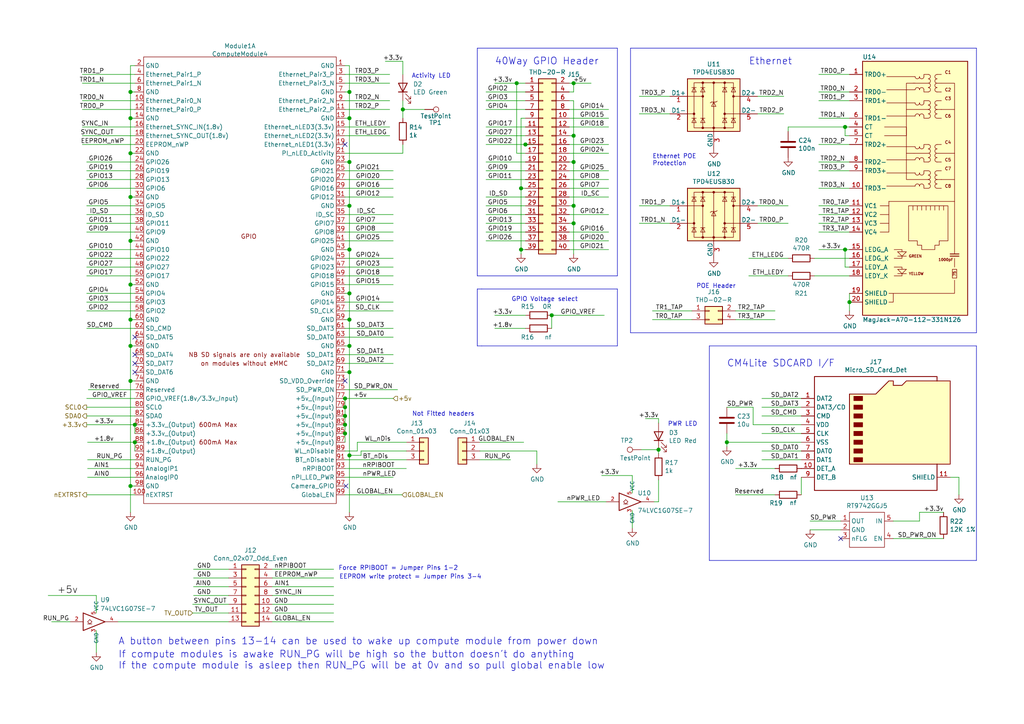
<source format=kicad_sch>
(kicad_sch (version 20231120) (generator "eeschema") (generator_version "8.0")
  (paper "A4")
  (title_block (title "CM4 Board Bare Minimum Requirements") (date "2024-10-25") (rev "0.1") (company "RapidAnalysis") (comment 1 "Author: Asad Imran"))
  (lib_symbols
    (symbol "CM4IO:74LVC1G07_copy"
      (property "Reference" "U" (at -2.54 3.81 0))
      (property "Value" "74LVC1G07_copy" (at 0 -3.81 0))
      (symbol "74LVC1G07_copy_1_1"
        (pin input line (at -7.62 0 0) (length 3.81) (name "~") (number "2"))
        (pin power_in line (at 0 -2.54 270) (length 0) (name "GND") (number "3"))
        (pin open_collector line (at 6.35 0 180) (length 3.81) (name "~") (number "4"))
        (pin power_in line (at 0 2.54 90) (length 0) (name "VCC") (number "5"))
      )
    )
    (symbol "CM4IO:ComputeModule4-CM4"
      (property "Reference" "Module" (at 113.03 -68.58 0))
      (property "Value" "ComputeModule4-CM4" (at 140.97 2.54 0))
      (property "Field4" "Hirose" (at 0 0 0))
      (property "Field5" "2x DF40C-100DS-0.4V" (at 0 -2.54 0))
      (symbol "ComputeModule4-CM4_1_0"
        (text "GPIO" (at 0 6.35 0) (effects (font (size 1.27 1.27))))
      )
      (symbol "ComputeModule4-CM4_1_1"
        (text "600mA Max" (at -8.89 -53.34 0) (effects (font (size 1.27 1.27))))
        (text "600mA Max" (at -8.89 -48.26 0) (effects (font (size 1.27 1.27))))
        (text "NB SD signals are only available" (at -1.27 -27.94 0) (effects (font (size 1.27 1.27))))
        (text "on modules without eMMC" (at -1.27 -30.48 0) (effects (font (size 1.27 1.27))))
        (pin power_in line (at 27.94 55.88 180) (length 2.54) (name "GND") (number "1"))
        (pin passive line (at -33.02 45.72 0) (length 2.54) (name "Ethernet_Pair0_N") (number "10"))
        (pin output line (at -33.02 -68.58 0) (length 2.54) (name "nEXTRST") (number "100"))
        (pin passive line (at 27.94 43.18 180) (length 2.54) (name "Ethernet_Pair2_P") (number "11"))
        (pin passive line (at -33.02 43.18 0) (length 2.54) (name "Ethernet_Pair0_P") (number "12"))
        (pin power_in line (at 27.94 40.64 180) (length 2.54) (name "GND") (number "13"))
        (pin power_in line (at -33.02 40.64 0) (length 2.54) (name "GND") (number "14"))
        (pin output line (at 27.94 38.1 180) (length 2.54) (name "Ethernet_nLED3(3.3v)") (number "15"))
        (pin input line (at -33.02 38.1 0) (length 2.54) (name "Ethernet_SYNC_IN(1.8v)") (number "16"))
        (pin output line (at 27.94 35.56 180) (length 2.54) (name "Ethernet_nLED2(3.3v)") (number "17"))
        (pin input line (at -33.02 35.56 0) (length 2.54) (name "Ethernet_SYNC_OUT(1.8v)") (number "18"))
        (pin output line (at 27.94 33.02 180) (length 2.54) (name "Ethernet_nLED1(3.3v)") (number "19"))
        (pin power_in line (at -33.02 55.88 0) (length 2.54) (name "GND") (number "2"))
        (pin passive line (at -33.02 33.02 0) (length 2.54) (name "EEPROM_nWP") (number "20"))
        (pin open_collector line (at 27.94 30.48 180) (length 2.54) (name "PI_nLED_Activity") (number "21"))
        (pin power_in line (at -33.02 30.48 0) (length 2.54) (name "GND") (number "22"))
        (pin power_in line (at 27.94 27.94 180) (length 2.54) (name "GND") (number "23"))
        (pin passive line (at -33.02 27.94 0) (length 2.54) (name "GPIO26") (number "24"))
        (pin passive line (at 27.94 25.4 180) (length 2.54) (name "GPIO21") (number "25"))
        (pin passive line (at -33.02 25.4 0) (length 2.54) (name "GPIO19") (number "26"))
        (pin passive line (at 27.94 22.86 180) (length 2.54) (name "GPIO20") (number "27"))
        (pin passive line (at -33.02 22.86 0) (length 2.54) (name "GPIO13") (number "28"))
        (pin passive line (at 27.94 20.32 180) (length 2.54) (name "GPIO16") (number "29"))
        (pin passive line (at 27.94 53.34 180) (length 2.54) (name "Ethernet_Pair3_P") (number "3"))
        (pin passive line (at -33.02 20.32 0) (length 2.54) (name "GPIO6") (number "30"))
        (pin passive line (at 27.94 17.78 180) (length 2.54) (name "GPIO12") (number "31"))
        (pin power_in line (at -33.02 17.78 0) (length 2.54) (name "GND") (number "32"))
        (pin power_in line (at 27.94 15.24 180) (length 2.54) (name "GND") (number "33"))
        (pin passive line (at -33.02 15.24 0) (length 2.54) (name "GPIO5") (number "34"))
        (pin passive line (at 27.94 12.7 180) (length 2.54) (name "ID_SC") (number "35"))
        (pin passive line (at -33.02 12.7 0) (length 2.54) (name "ID_SD") (number "36"))
        (pin passive line (at 27.94 10.16 180) (length 2.54) (name "GPIO7") (number "37"))
        (pin passive line (at -33.02 10.16 0) (length 2.54) (name "GPIO11") (number "38"))
        (pin passive line (at 27.94 7.62 180) (length 2.54) (name "GPIO8") (number "39"))
        (pin passive line (at -33.02 53.34 0) (length 2.54) (name "Ethernet_Pair1_P") (number "4"))
        (pin passive line (at -33.02 7.62 0) (length 2.54) (name "GPIO9") (number "40"))
        (pin passive line (at 27.94 5.08 180) (length 2.54) (name "GPIO25") (number "41"))
        (pin power_in line (at -33.02 5.08 0) (length 2.54) (name "GND") (number "42"))
        (pin power_in line (at 27.94 2.54 180) (length 2.54) (name "GND") (number "43"))
        (pin passive line (at -33.02 2.54 0) (length 2.54) (name "GPIO10") (number "44"))
        (pin passive line (at 27.94 0 180) (length 2.54) (name "GPIO24") (number "45"))
        (pin passive line (at -33.02 0 0) (length 2.54) (name "GPIO22") (number "46"))
        (pin passive line (at 27.94 -2.54 180) (length 2.54) (name "GPIO23") (number "47"))
        (pin passive line (at -33.02 -2.54 0) (length 2.54) (name "GPIO27") (number "48"))
        (pin passive line (at 27.94 -5.08 180) (length 2.54) (name "GPIO18") (number "49"))
        (pin passive line (at 27.94 50.8 180) (length 2.54) (name "Ethernet_Pair3_N") (number "5"))
        (pin passive line (at -33.02 -5.08 0) (length 2.54) (name "GPIO17") (number "50"))
        (pin passive line (at 27.94 -7.62 180) (length 2.54) (name "GPIO15") (number "51"))
        (pin power_in line (at -33.02 -7.62 0) (length 2.54) (name "GND") (number "52"))
        (pin power_in line (at 27.94 -10.16 180) (length 2.54) (name "GND") (number "53"))
        (pin passive line (at -33.02 -10.16 0) (length 2.54) (name "GPIO4") (number "54"))
        (pin passive line (at 27.94 -12.7 180) (length 2.54) (name "GPIO14") (number "55"))
        (pin passive line (at -33.02 -12.7 0) (length 2.54) (name "GPIO3") (number "56"))
        (pin passive line (at 27.94 -15.24 180) (length 2.54) (name "SD_CLK") (number "57"))
        (pin passive line (at -33.02 -15.24 0) (length 2.54) (name "GPIO2") (number "58"))
        (pin power_in line (at 27.94 -17.78 180) (length 2.54) (name "GND") (number "59"))
        (pin passive line (at -33.02 50.8 0) (length 2.54) (name "Ethernet_Pair1_N") (number "6"))
        (pin power_in line (at -33.02 -17.78 0) (length 2.54) (name "GND") (number "60"))
        (pin passive line (at 27.94 -20.32 180) (length 2.54) (name "SD_DAT3") (number "61"))
        (pin passive line (at -33.02 -20.32 0) (length 2.54) (name "SD_CMD") (number "62"))
        (pin passive line (at 27.94 -22.86 180) (length 2.54) (name "SD_DAT0") (number "63"))
        (pin passive line (at -33.02 -22.86 0) (length 2.54) (name "SD_DAT5") (number "64"))
        (pin power_in line (at 27.94 -25.4 180) (length 2.54) (name "GND") (number "65"))
        (pin power_in line (at -33.02 -25.4 0) (length 2.54) (name "GND") (number "66"))
        (pin passive line (at 27.94 -27.94 180) (length 2.54) (name "SD_DAT1") (number "67"))
        (pin passive line (at -33.02 -27.94 0) (length 2.54) (name "SD_DAT4") (number "68"))
        (pin passive line (at 27.94 -30.48 180) (length 2.54) (name "SD_DAT2") (number "69"))
        (pin power_in line (at 27.94 48.26 180) (length 2.54) (name "GND") (number "7"))
        (pin passive line (at -33.02 -30.48 0) (length 2.54) (name "SD_DAT7") (number "70"))
        (pin power_in line (at 27.94 -33.02 180) (length 2.54) (name "GND") (number "71"))
        (pin passive line (at -33.02 -33.02 0) (length 2.54) (name "SD_DAT6") (number "72"))
        (pin input line (at 27.94 -35.56 180) (length 2.54) (name "SD_VDD_Override") (number "73"))
        (pin power_in line (at -33.02 -35.56 0) (length 2.54) (name "GND") (number "74"))
        (pin output line (at 27.94 -38.1 180) (length 2.54) (name "SD_PWR_ON") (number "75"))
        (pin passive line (at -33.02 -38.1 0) (length 2.54) (name "Reserved") (number "76"))
        (pin power_in line (at 27.94 -40.64 180) (length 2.54) (name "+5v_(Input)") (number "77"))
        (pin power_in line (at -33.02 -40.64 0) (length 2.54) (name "GPIO_VREF(1.8v/3.3v_Input)") (number "78"))
        (pin power_in line (at 27.94 -43.18 180) (length 2.54) (name "+5v_(Input)") (number "79"))
        (pin power_in line (at -33.02 48.26 0) (length 2.54) (name "GND") (number "8"))
        (pin passive line (at -33.02 -43.18 0) (length 2.54) (name "SCL0") (number "80"))
        (pin power_in line (at 27.94 -45.72 180) (length 2.54) (name "+5v_(Input)") (number "81"))
        (pin passive line (at -33.02 -45.72 0) (length 2.54) (name "SDA0") (number "82"))
        (pin power_in line (at 27.94 -48.26 180) (length 2.54) (name "+5v_(Input)") (number "83"))
        (pin power_out line (at -33.02 -48.26 0) (length 2.54) (name "+3.3v_(Output)") (number "84"))
        (pin power_in line (at 27.94 -50.8 180) (length 2.54) (name "+5v_(Input)") (number "85"))
        (pin power_out line (at -33.02 -50.8 0) (length 2.54) (name "+3.3v_(Output)") (number "86"))
        (pin power_in line (at 27.94 -53.34 180) (length 2.54) (name "+5v_(Input)") (number "87"))
        (pin power_out line (at -33.02 -53.34 0) (length 2.54) (name "+1.8v_(Output)") (number "88"))
        (pin input line (at 27.94 -55.88 180) (length 2.54) (name "WL_nDisable") (number "89"))
        (pin passive line (at 27.94 45.72 180) (length 2.54) (name "Ethernet_Pair2_N") (number "9"))
        (pin power_out line (at -33.02 -55.88 0) (length 2.54) (name "+1.8v_(Output)") (number "90"))
        (pin input line (at 27.94 -58.42 180) (length 2.54) (name "BT_nDisable") (number "91"))
        (pin passive line (at -33.02 -58.42 0) (length 2.54) (name "RUN_PG") (number "92"))
        (pin input line (at 27.94 -60.96 180) (length 2.54) (name "nRPIBOOT") (number "93"))
        (pin passive line (at -33.02 -60.96 0) (length 2.54) (name "AnalogIP1") (number "94"))
        (pin output line (at 27.94 -63.5 180) (length 2.54) (name "nPI_LED_PWR") (number "95"))
        (pin passive line (at -33.02 -63.5 0) (length 2.54) (name "AnalogIP0") (number "96"))
        (pin passive line (at 27.94 -66.04 180) (length 2.54) (name "Camera_GPIO") (number "97"))
        (pin power_in line (at -33.02 -66.04 0) (length 2.54) (name "GND") (number "98"))
        (pin input line (at 27.94 -68.58 180) (length 2.54) (name "Global_EN") (number "99"))
      )
      (symbol "ComputeModule4-CM4_2_1"
        (text "High Speed Serial" (at 140.97 0 0) (effects (font (size 1.27 1.27))))
        (pin input line (at 170.18 60.96 180) (length 5.08) (name "USB_OTG_ID") (number "101"))
        (pin input line (at 109.22 60.96 0) (length 5.08) (name "PCIe_CLK_nREQ") (number "102"))
        (pin passive line (at 170.18 58.42 180) (length 5.08) (name "USB2_N") (number "103"))
        (pin passive line (at 109.22 58.42 0) (length 5.08) (name "Reserved") (number "104"))
        (pin passive line (at 170.18 55.88 180) (length 5.08) (name "USB2_P") (number "105"))
        (pin passive line (at 109.22 55.88 0) (length 5.08) (name "Reserved") (number "106"))
        (pin power_in line (at 170.18 53.34 180) (length 5.08) (name "GND") (number "107"))
        (pin power_in line (at 109.22 53.34 0) (length 5.08) (name "GND") (number "108"))
        (pin bidirectional line (at 170.18 50.8 180) (length 5.08) (name "PCIe_nRST") (number "109"))
        (pin output line (at 109.22 50.8 0) (length 5.08) (name "PCIe_CLK_P") (number "110"))
        (pin passive line (at 170.18 48.26 180) (length 5.08) (name "VDAC_COMP") (number "111"))
        (pin output line (at 109.22 48.26 0) (length 5.08) (name "PCIe_CLK_N") (number "112"))
        (pin power_in line (at 170.18 45.72 180) (length 5.08) (name "GND") (number "113"))
        (pin power_in line (at 109.22 45.72 0) (length 5.08) (name "GND") (number "114"))
        (pin input line (at 170.18 43.18 180) (length 5.08) (name "CAM1_D0_N") (number "115"))
        (pin input line (at 109.22 43.18 0) (length 5.08) (name "PCIe_RX_P") (number "116"))
        (pin input line (at 170.18 40.64 180) (length 5.08) (name "CAM1_D0_P") (number "117"))
        (pin input line (at 109.22 40.64 0) (length 5.08) (name "PCIe_RX_N") (number "118"))
        (pin power_in line (at 170.18 38.1 180) (length 5.08) (name "GND") (number "119"))
        (pin power_in line (at 109.22 38.1 0) (length 5.08) (name "GND") (number "120"))
        (pin input line (at 170.18 35.56 180) (length 5.08) (name "CAM1_D1_N") (number "121"))
        (pin output line (at 109.22 35.56 0) (length 5.08) (name "PCIe_TX_P") (number "122"))
        (pin input line (at 170.18 33.02 180) (length 5.08) (name "CAM1_D1_P") (number "123"))
        (pin output line (at 109.22 33.02 0) (length 5.08) (name "PCIe_TX_N") (number "124"))
        (pin power_in line (at 170.18 30.48 180) (length 5.08) (name "GND") (number "125"))
        (pin power_in line (at 109.22 30.48 0) (length 5.08) (name "GND") (number "126"))
        (pin input line (at 170.18 27.94 180) (length 5.08) (name "CAM1_C_N") (number "127"))
        (pin input line (at 109.22 27.94 0) (length 5.08) (name "CAM0_D0_N") (number "128"))
        (pin input line (at 170.18 25.4 180) (length 5.08) (name "CAM1_C_P") (number "129"))
        (pin input line (at 109.22 25.4 0) (length 5.08) (name "CAM0_D0_P") (number "130"))
        (pin power_in line (at 170.18 22.86 180) (length 5.08) (name "GND") (number "131"))
        (pin power_in line (at 109.22 22.86 0) (length 5.08) (name "GND") (number "132"))
        (pin input line (at 170.18 20.32 180) (length 5.08) (name "CAM1_D2_N") (number "133"))
        (pin input line (at 109.22 20.32 0) (length 5.08) (name "CAM0_D1_N") (number "134"))
        (pin input line (at 170.18 17.78 180) (length 5.08) (name "CAM1_D2_P") (number "135"))
        (pin input line (at 109.22 17.78 0) (length 5.08) (name "CAM0_D1_P") (number "136"))
        (pin power_in line (at 170.18 15.24 180) (length 5.08) (name "GND") (number "137"))
        (pin power_in line (at 109.22 15.24 0) (length 5.08) (name "GND") (number "138"))
        (pin input line (at 170.18 12.7 180) (length 5.08) (name "CAM1_D3_N") (number "139"))
        (pin input line (at 109.22 12.7 0) (length 5.08) (name "CAM0_C_N") (number "140"))
        (pin input line (at 170.18 10.16 180) (length 5.08) (name "CAM1_D3_P") (number "141"))
        (pin input line (at 109.22 10.16 0) (length 5.08) (name "CAM0_C_P") (number "142"))
        (pin input line (at 170.18 7.62 180) (length 5.08) (name "HDMI1_HOTPLUG") (number "143"))
        (pin power_in line (at 109.22 7.62 0) (length 5.08) (name "GND") (number "144"))
        (pin bidirectional line (at 170.18 5.08 180) (length 5.08) (name "HDMI1_SDA") (number "145"))
        (pin output line (at 109.22 5.08 0) (length 5.08) (name "HDMI1_TX2_P") (number "146"))
        (pin open_collector line (at 170.18 2.54 180) (length 5.08) (name "HDMI1_SCL") (number "147"))
        (pin output line (at 109.22 2.54 0) (length 5.08) (name "HDMI1_TX2_N") (number "148"))
        (pin open_collector line (at 170.18 0 180) (length 5.08) (name "HDMI1_CEC") (number "149"))
        (pin power_in line (at 109.22 0 0) (length 5.08) (name "GND") (number "150"))
        (pin open_collector line (at 170.18 -2.54 180) (length 5.08) (name "HDMI0_CEC") (number "151"))
        (pin output line (at 109.22 -2.54 0) (length 5.08) (name "HDMI1_TX1_P") (number "152"))
        (pin input line (at 170.18 -5.08 180) (length 5.08) (name "HDMI0_HOTPLUG") (number "153"))
        (pin output line (at 109.22 -5.08 0) (length 5.08) (name "HDMI1_TX1_N") (number "154"))
        (pin power_in line (at 170.18 -7.62 180) (length 5.08) (name "GND") (number "155"))
        (pin power_in line (at 109.22 -7.62 0) (length 5.08) (name "GND") (number "156"))
        (pin output line (at 170.18 -10.16 180) (length 5.08) (name "DSI0_D0_N") (number "157"))
        (pin output line (at 109.22 -10.16 0) (length 5.08) (name "HDMI1_TX0_P") (number "158"))
        (pin output line (at 170.18 -12.7 180) (length 5.08) (name "DSI0_D0_P") (number "159"))
        (pin output line (at 109.22 -12.7 0) (length 5.08) (name "HDMI1_TX0_N") (number "160"))
        (pin power_in line (at 170.18 -15.24 180) (length 5.08) (name "GND") (number "161"))
        (pin power_in line (at 109.22 -15.24 0) (length 5.08) (name "GND") (number "162"))
        (pin output line (at 170.18 -17.78 180) (length 5.08) (name "DSI0_D1_N") (number "163"))
        (pin output line (at 109.22 -17.78 0) (length 5.08) (name "HDMI1_CLK_P") (number "164"))
        (pin output line (at 170.18 -20.32 180) (length 5.08) (name "DSI0_D1_P") (number "165"))
        (pin output line (at 109.22 -20.32 0) (length 5.08) (name "HDMI1_CLK_N") (number "166"))
        (pin power_in line (at 170.18 -22.86 180) (length 5.08) (name "GND") (number "167"))
        (pin power_in line (at 109.22 -22.86 0) (length 5.08) (name "GND") (number "168"))
        (pin output line (at 170.18 -25.4 180) (length 5.08) (name "DSI0_C_N") (number "169"))
        (pin output line (at 109.22 -25.4 0) (length 5.08) (name "HDMI0_TX2_P") (number "170"))
        (pin output line (at 170.18 -27.94 180) (length 5.08) (name "DSI0_C_P") (number "171"))
        (pin output line (at 109.22 -27.94 0) (length 5.08) (name "HDMI0_TX2_N") (number "172"))
        (pin power_in line (at 170.18 -30.48 180) (length 5.08) (name "GND") (number "173"))
        (pin power_in line (at 109.22 -30.48 0) (length 5.08) (name "GND") (number "174"))
        (pin output line (at 170.18 -33.02 180) (length 5.08) (name "DSI1_D0_N") (number "175"))
        (pin output line (at 109.22 -33.02 0) (length 5.08) (name "HDMI0_TX1_P") (number "176"))
        (pin output line (at 170.18 -35.56 180) (length 5.08) (name "DSI1_D0_P") (number "177"))
        (pin output line (at 109.22 -35.56 0) (length 5.08) (name "HDMI0_TX1_N") (number "178"))
        (pin power_in line (at 170.18 -38.1 180) (length 5.08) (name "GND") (number "179"))
        (pin power_in line (at 109.22 -38.1 0) (length 5.08) (name "GND") (number "180"))
        (pin output line (at 170.18 -40.64 180) (length 5.08) (name "DSI1_D1_N") (number "181"))
        (pin output line (at 109.22 -40.64 0) (length 5.08) (name "HDMI0_TX0_P") (number "182"))
        (pin output line (at 170.18 -43.18 180) (length 5.08) (name "DSI1_D1_P") (number "183"))
        (pin output line (at 109.22 -43.18 0) (length 5.08) (name "HDMI0_TX0_N") (number "184"))
        (pin power_in line (at 170.18 -45.72 180) (length 5.08) (name "GND") (number "185"))
        (pin power_in line (at 109.22 -45.72 0) (length 5.08) (name "GND") (number "186"))
        (pin output line (at 170.18 -48.26 180) (length 5.08) (name "DSI1_C_N") (number "187"))
        (pin output line (at 109.22 -48.26 0) (length 5.08) (name "HDMI0_CLK_P") (number "188"))
        (pin output line (at 170.18 -50.8 180) (length 5.08) (name "DSI1_C_P") (number "189"))
        (pin output line (at 109.22 -50.8 0) (length 5.08) (name "HDMI0_CLK_N") (number "190"))
        (pin power_in line (at 170.18 -53.34 180) (length 5.08) (name "GND") (number "191"))
        (pin power_in line (at 109.22 -53.34 0) (length 5.08) (name "GND") (number "192"))
        (pin output line (at 170.18 -55.88 180) (length 5.08) (name "DSI1_D2_N") (number "193"))
        (pin output line (at 109.22 -55.88 0) (length 5.08) (name "DSI1_D3_N") (number "194"))
        (pin output line (at 170.18 -58.42 180) (length 5.08) (name "DSI1_D2_P") (number "195"))
        (pin output line (at 109.22 -58.42 0) (length 5.08) (name "DSI1_D3_P") (number "196"))
        (pin power_in line (at 170.18 -60.96 180) (length 5.08) (name "GND") (number "197"))
        (pin power_in line (at 109.22 -60.96 0) (length 5.08) (name "GND") (number "198"))
        (pin bidirectional line (at 170.18 -63.5 180) (length 5.08) (name "HDMI0_SDA") (number "199"))
        (pin open_collector line (at 109.22 -63.5 0) (length 5.08) (name "HDMI0_SCL") (number "200"))
      )
    )
    (symbol "CM4IO:MagJack-A70-112-331N126"
      (property "Reference" "U" (at 0 0 0))
      (property "Value" "MagJack-A70-112-331N126" (at 0 0 0))
      (symbol "MagJack-A70-112-331N126_1_1"
        (text "1000pF" (at 6.35 17.399 0) (effects (font (size 0.762 0.762))))
        (text "75" (at 8.89 13.335 900) (effects (font (size 0.762 0.762))))
        (text "C1" (at 6.985 71.755 0) (effects (font (size 0.889 0.889))))
        (text "C2" (at 6.985 66.675 0) (effects (font (size 0.889 0.889))))
        (text "C3" (at 6.985 64.135 0) (effects (font (size 0.889 0.889))))
        (text "C4" (at 6.985 51.435 0) (effects (font (size 0.889 0.889))))
        (text "C5" (at 6.985 46.355 0) (effects (font (size 0.889 0.889))))
        (text "C6" (at 6.985 59.055 0) (effects (font (size 0.889 0.889))))
        (text "C7" (at 6.985 43.815 0) (effects (font (size 0.889 0.889))))
        (text "C8" (at 6.985 38.735 0) (effects (font (size 0.889 0.889))))
        (text "GREEN" (at -4.445 18.415 0) (effects (font (size 0.762 0.762)) (justify left)))
        (text "YELLOW" (at -4.445 13.335 0) (effects (font (size 0.762 0.762)) (justify left)))
        (pin passive line (at -21.59 71.12 0) (length 3.81) (name "TRD0+") (number "1"))
        (pin passive line (at -21.59 38.1 0) (length 3.81) (name "TRD3-") (number "10"))
        (pin passive line (at -21.59 33.02 0) (length 3.81) (name "VC1") (number "11"))
        (pin passive line (at -21.59 30.48 0) (length 3.81) (name "VC2") (number "12"))
        (pin passive line (at -21.59 27.94 0) (length 3.81) (name "VC3") (number "13"))
        (pin passive line (at -21.59 25.4 0) (length 3.81) (name "VC4") (number "14"))
        (pin passive line (at -21.59 20.32 0) (length 3.81) (name "LEDG_A") (number "15"))
        (pin passive line (at -21.59 17.78 0) (length 3.81) (name "LEDG_K") (number "16"))
        (pin passive line (at -21.59 15.24 0) (length 3.81) (name "LEDY_A") (number "17"))
        (pin passive line (at -21.59 12.7 0) (length 3.81) (name "LEDY_K") (number "18"))
        (pin passive line (at -21.59 7.62 0) (length 3.81) (name "SHIELD") (number "19"))
        (pin passive line (at -21.59 66.04 0) (length 3.81) (name "TRD0-") (number "2"))
        (pin passive line (at -21.59 5.08 0) (length 3.81) (name "SHIELD") (number "20"))
        (pin passive line (at -21.59 63.5 0) (length 3.81) (name "TRD1+") (number "3"))
        (pin passive line (at -21.59 55.88 0) (length 3.81) (name "CT") (number "4"))
        (pin passive line (at -21.59 53.34 0) (length 3.81) (name "CT") (number "5"))
        (pin passive line (at -21.59 58.42 0) (length 3.81) (name "TRD1-") (number "6"))
        (pin passive line (at -21.59 50.8 0) (length 3.81) (name "TRD2+") (number "7"))
        (pin passive line (at -21.59 45.72 0) (length 3.81) (name "TRD2-") (number "8"))
        (pin passive line (at -21.59 43.18 0) (length 3.81) (name "TRD3+") (number "9"))
      )
    )
    (symbol "CM4IO:RT9742GGJ5"
      (property "Reference" "U" (at 0 0 0))
      (property "Value" "RT9742GGJ5" (at 0 0 0))
      (symbol "RT9742GGJ5_0_0"
        (pin power_out line (at -8.89 10.16 0) (length 2.54) (name "OUT") (number "1"))
        (pin power_in line (at -8.89 7.62 0) (length 2.54) (name "GND") (number "2"))
        (pin open_collector line (at -8.89 5.08 0) (length 2.54) (name "nFLG") (number "3"))
        (pin input line (at 6.35 5.08 180) (length 2.54) (name "EN") (number "4"))
        (pin power_in line (at 6.35 10.16 180) (length 2.54) (name "IN") (number "5"))
      )
    )
    (symbol "CM4IO:TPD4EUSB30" (pin_names (offset 0))
      (property "Reference" "U" (at -0.635 8.89 0))
      (property "Value" "TPD4EUSB30" (at 8.89 -10.16 0))
      (symbol "TPD4EUSB30_1_1"
        (pin passive line (at -12.7 2.54 0) (length 5.08) (name "D1+") (number "1"))
        (pin passive line (at -12.7 2.54 0) (length 5.08) hide (name "~") (number "10"))
        (pin passive line (at -12.7 -2.54 0) (length 5.08) (name "D1-") (number "2"))
        (pin power_in line (at 0 -12.7 90) (length 5.08) (name "GND") (number "3"))
        (pin passive line (at 12.7 2.54 180) (length 5.08) (name "D2+") (number "4"))
        (pin passive line (at 12.7 -2.54 180) (length 5.08) (name "D2-") (number "5"))
        (pin passive line (at 12.7 -2.54 180) (length 5.08) hide (name "~") (number "6"))
        (pin passive line (at 12.7 2.54 180) (length 5.08) hide (name "~") (number "7"))
        (pin passive line (at 0 -12.7 90) (length 5.08) hide (name "GND") (number "8"))
        (pin passive line (at -12.7 -2.54 0) (length 5.08) hide (name "~") (number "9"))
      )
    )
    (symbol "Connector:Micro_SD_Card_Det"
      (property "Reference" "J" (at -16.51 17.78 0))
      (property "Value" "Micro_SD_Card_Det" (at 16.51 17.78 0))
      (symbol "Micro_SD_Card_Det_1_1"
        (pin bidirectional line (at -22.86 10.16 0) (length 3.81) (name "DAT2") (number "1"))
        (pin passive line (at -22.86 -10.16 0) (length 3.81) (name "DET_A") (number "10"))
        (pin passive line (at 20.32 -12.7 180) (length 3.81) (name "SHIELD") (number "11"))
        (pin bidirectional line (at -22.86 7.62 0) (length 3.81) (name "DAT3/CD") (number "2"))
        (pin input line (at -22.86 5.08 0) (length 3.81) (name "CMD") (number "3"))
        (pin power_in line (at -22.86 2.54 0) (length 3.81) (name "VDD") (number "4"))
        (pin input line (at -22.86 0 0) (length 3.81) (name "CLK") (number "5"))
        (pin power_in line (at -22.86 -2.54 0) (length 3.81) (name "VSS") (number "6"))
        (pin bidirectional line (at -22.86 -5.08 0) (length 3.81) (name "DAT0") (number "7"))
        (pin bidirectional line (at -22.86 -7.62 0) (length 3.81) (name "DAT1") (number "8"))
        (pin passive line (at -22.86 -12.7 0) (length 3.81) (name "DET_B") (number "9"))
      )
    )
    (symbol "Connector:TestPoint" (pin_numbers hide) (pin_names (offset 0.762) hide)
      (property "Reference" "TP" (at 0 6.858 0))
      (property "Value" "TestPoint" (at 0 5.08 0))
      (symbol "TestPoint_1_1"
        (pin passive line (at 0 0 90) (length 2.54) (name "1") (number "1"))
      )
    )
    (symbol "Connector_Generic:Conn_01x03" (pin_names hide)
      (property "Reference" "J" (at 0 5.08 0))
      (property "Value" "Conn_01x03" (at 0 -5.08 0))
      (symbol "Conn_01x03_1_1"
        (pin passive line (at -5.08 2.54 0) (length 3.81) (name "Pin_1") (number "1"))
        (pin passive line (at -5.08 0 0) (length 3.81) (name "Pin_2") (number "2"))
        (pin passive line (at -5.08 -2.54 0) (length 3.81) (name "Pin_3") (number "3"))
      )
    )
    (symbol "Connector_Generic:Conn_02x02_Odd_Even" (pin_names hide)
      (property "Reference" "J" (at 1.27 2.54 0))
      (property "Value" "Conn_02x02_Odd_Even" (at 1.27 -5.08 0))
      (symbol "Conn_02x02_Odd_Even_1_1"
        (pin passive line (at -5.08 0 0) (length 3.81) (name "Pin_1") (number "1"))
        (pin passive line (at 7.62 0 180) (length 3.81) (name "Pin_2") (number "2"))
        (pin passive line (at -5.08 -2.54 0) (length 3.81) (name "Pin_3") (number "3"))
        (pin passive line (at 7.62 -2.54 180) (length 3.81) (name "Pin_4") (number "4"))
      )
    )
    (symbol "Connector_Generic:Conn_02x07_Odd_Even" (pin_names hide)
      (property "Reference" "J" (at 1.27 10.16 0))
      (property "Value" "Conn_02x07_Odd_Even" (at 1.27 -10.16 0))
      (symbol "Conn_02x07_Odd_Even_1_1"
        (pin passive line (at -5.08 7.62 0) (length 3.81) (name "Pin_1") (number "1"))
        (pin passive line (at 7.62 -2.54 180) (length 3.81) (name "Pin_10") (number "10"))
        (pin passive line (at -5.08 -5.08 0) (length 3.81) (name "Pin_11") (number "11"))
        (pin passive line (at 7.62 -5.08 180) (length 3.81) (name "Pin_12") (number "12"))
        (pin passive line (at -5.08 -7.62 0) (length 3.81) (name "Pin_13") (number "13"))
        (pin passive line (at 7.62 -7.62 180) (length 3.81) (name "Pin_14") (number "14"))
        (pin passive line (at 7.62 7.62 180) (length 3.81) (name "Pin_2") (number "2"))
        (pin passive line (at -5.08 5.08 0) (length 3.81) (name "Pin_3") (number "3"))
        (pin passive line (at 7.62 5.08 180) (length 3.81) (name "Pin_4") (number "4"))
        (pin passive line (at -5.08 2.54 0) (length 3.81) (name "Pin_5") (number "5"))
        (pin passive line (at 7.62 2.54 180) (length 3.81) (name "Pin_6") (number "6"))
        (pin passive line (at -5.08 0 0) (length 3.81) (name "Pin_7") (number "7"))
        (pin passive line (at 7.62 0 180) (length 3.81) (name "Pin_8") (number "8"))
        (pin passive line (at -5.08 -2.54 0) (length 3.81) (name "Pin_9") (number "9"))
      )
    )
    (symbol "Connector_Generic:Conn_02x20_Odd_Even" (pin_names hide)
      (property "Reference" "J" (at 1.27 25.4 0))
      (property "Value" "Conn_02x20_Odd_Even" (at 1.27 -27.94 0))
      (symbol "Conn_02x20_Odd_Even_1_1"
        (pin passive line (at -5.08 22.86 0) (length 3.81) (name "Pin_1") (number "1"))
        (pin passive line (at 7.62 12.7 180) (length 3.81) (name "Pin_10") (number "10"))
        (pin passive line (at -5.08 10.16 0) (length 3.81) (name "Pin_11") (number "11"))
        (pin passive line (at 7.62 10.16 180) (length 3.81) (name "Pin_12") (number "12"))
        (pin passive line (at -5.08 7.62 0) (length 3.81) (name "Pin_13") (number "13"))
        (pin passive line (at 7.62 7.62 180) (length 3.81) (name "Pin_14") (number "14"))
        (pin passive line (at -5.08 5.08 0) (length 3.81) (name "Pin_15") (number "15"))
        (pin passive line (at 7.62 5.08 180) (length 3.81) (name "Pin_16") (number "16"))
        (pin passive line (at -5.08 2.54 0) (length 3.81) (name "Pin_17") (number "17"))
        (pin passive line (at 7.62 2.54 180) (length 3.81) (name "Pin_18") (number "18"))
        (pin passive line (at -5.08 0 0) (length 3.81) (name "Pin_19") (number "19"))
        (pin passive line (at 7.62 22.86 180) (length 3.81) (name "Pin_2") (number "2"))
        (pin passive line (at 7.62 0 180) (length 3.81) (name "Pin_20") (number "20"))
        (pin passive line (at -5.08 -2.54 0) (length 3.81) (name "Pin_21") (number "21"))
        (pin passive line (at 7.62 -2.54 180) (length 3.81) (name "Pin_22") (number "22"))
        (pin passive line (at -5.08 -5.08 0) (length 3.81) (name "Pin_23") (number "23"))
        (pin passive line (at 7.62 -5.08 180) (length 3.81) (name "Pin_24") (number "24"))
        (pin passive line (at -5.08 -7.62 0) (length 3.81) (name "Pin_25") (number "25"))
        (pin passive line (at 7.62 -7.62 180) (length 3.81) (name "Pin_26") (number "26"))
        (pin passive line (at -5.08 -10.16 0) (length 3.81) (name "Pin_27") (number "27"))
        (pin passive line (at 7.62 -10.16 180) (length 3.81) (name "Pin_28") (number "28"))
        (pin passive line (at -5.08 -12.7 0) (length 3.81) (name "Pin_29") (number "29"))
        (pin passive line (at -5.08 20.32 0) (length 3.81) (name "Pin_3") (number "3"))
        (pin passive line (at 7.62 -12.7 180) (length 3.81) (name "Pin_30") (number "30"))
        (pin passive line (at -5.08 -15.24 0) (length 3.81) (name "Pin_31") (number "31"))
        (pin passive line (at 7.62 -15.24 180) (length 3.81) (name "Pin_32") (number "32"))
        (pin passive line (at -5.08 -17.78 0) (length 3.81) (name "Pin_33") (number "33"))
        (pin passive line (at 7.62 -17.78 180) (length 3.81) (name "Pin_34") (number "34"))
        (pin passive line (at -5.08 -20.32 0) (length 3.81) (name "Pin_35") (number "35"))
        (pin passive line (at 7.62 -20.32 180) (length 3.81) (name "Pin_36") (number "36"))
        (pin passive line (at -5.08 -22.86 0) (length 3.81) (name "Pin_37") (number "37"))
        (pin passive line (at 7.62 -22.86 180) (length 3.81) (name "Pin_38") (number "38"))
        (pin passive line (at -5.08 -25.4 0) (length 3.81) (name "Pin_39") (number "39"))
        (pin passive line (at 7.62 20.32 180) (length 3.81) (name "Pin_4") (number "4"))
        (pin passive line (at 7.62 -25.4 180) (length 3.81) (name "Pin_40") (number "40"))
        (pin passive line (at -5.08 17.78 0) (length 3.81) (name "Pin_5") (number "5"))
        (pin passive line (at 7.62 17.78 180) (length 3.81) (name "Pin_6") (number "6"))
        (pin passive line (at -5.08 15.24 0) (length 3.81) (name "Pin_7") (number "7"))
        (pin passive line (at 7.62 15.24 180) (length 3.81) (name "Pin_8") (number "8"))
        (pin passive line (at -5.08 12.7 0) (length 3.81) (name "Pin_9") (number "9"))
      )
    )
    (symbol "Device:C" (pin_numbers hide) (pin_names (offset 0.254))
      (property "Reference" "C" (at 0.635 2.54 0))
      (property "Value" "C" (at 0.635 -2.54 0))
      (symbol "C_1_1"
        (pin passive line (at 0 3.81 270) (length 2.794) (name "~") (number "1"))
        (pin passive line (at 0 -3.81 90) (length 2.794) (name "~") (number "2"))
      )
    )
    (symbol "Device:LED" (pin_numbers hide) (pin_names hide)
      (property "Reference" "D" (at 0 2.54 0))
      (property "Value" "LED" (at 0 -2.54 0))
      (symbol "LED_1_1"
        (pin passive line (at -3.81 0 0) (length 2.54) (name "K") (number "1"))
        (pin passive line (at 3.81 0 180) (length 2.54) (name "A") (number "2"))
      )
    )
    (symbol "Device:R" (pin_numbers hide) (pin_names (offset 0))
      (property "Reference" "R" (at 2.032 0 90))
      (property "Value" "R" (at 0 0 90))
      (symbol "R_1_1"
        (pin passive line (at 0 3.81 270) (length 1.27) (name "~") (number "1"))
        (pin passive line (at 0 -3.81 90) (length 1.27) (name "~") (number "2"))
      )
    )
    (symbol "power:GND" (power) (pin_names (offset 0))
      (property "Value" "GND" (at 0 -3.81 0))
      (symbol "GND_1_1"
        (pin power_in line (at 0 0 270) (length 0) hide (name "GND") (number "1"))
      )
    )
  )
  (junction (at 37.846 26.67) (diameter 1.016))
  (junction (at 246.38 87.63) (diameter 1.016))
  (junction (at 37.846 34.29) (diameter 1.016))
  (junction (at 100.076 120.65) (diameter 1.016))
  (junction (at 166.37 64.77) (diameter 1.016))
  (junction (at 166.37 39.37) (diameter 1.016))
  (junction (at 166.37 24.13) (diameter 1.016))
  (junction (at 245.11 36.83) (diameter 1.016))
  (junction (at 101.346 72.39) (diameter 1.016))
  (junction (at 101.346 100.33) (diameter 1.016))
  (junction (at 101.346 34.29) (diameter 1.016))
  (junction (at 245.11 72.39) (diameter 1.016))
  (junction (at 37.846 69.85) (diameter 1.016))
  (junction (at 39.116 128.27) (diameter 1.016))
  (junction (at 166.37 59.69) (diameter 1.016))
  (junction (at 37.846 57.15) (diameter 1.016))
  (junction (at 152.4 41.91) (diameter 1.016))
  (junction (at 37.846 100.33) (diameter 1.016))
  (junction (at 100.076 118.11) (diameter 1.016))
  (junction (at 210.82 128.27) (diameter 1.016))
  (junction (at 101.346 26.67) (diameter 1.016))
  (junction (at 101.346 59.69) (diameter 1.016))
  (junction (at 116.84 31.75) (diameter 1.016))
  (junction (at 149.86 24.13) (diameter 1.016))
  (junction (at 100.076 125.73) (diameter 1.016))
  (junction (at 191.008 130.429) (diameter 1.016))
  (junction (at 37.846 44.45) (diameter 1.016))
  (junction (at 100.076 123.19) (diameter 1.016))
  (junction (at 101.346 92.71) (diameter 1.016))
  (junction (at 160.02 91.44) (diameter 1.016))
  (junction (at 37.846 140.97) (diameter 1.016))
  (junction (at 151.13 72.39) (diameter 1.016))
  (junction (at 101.346 132.08) (diameter 1.016))
  (junction (at 151.13 54.61) (diameter 1.016))
  (junction (at 37.846 92.71) (diameter 1.016))
  (junction (at 39.116 123.19) (diameter 1.016))
  (junction (at 37.846 82.55) (diameter 1.016))
  (junction (at 101.346 85.09) (diameter 1.016))
  (junction (at 166.37 46.99) (diameter 1.016))
  (junction (at 101.346 46.99) (diameter 1.016))
  (junction (at 37.846 110.49) (diameter 1.016))
  (junction (at 100.076 115.57) (diameter 1.016))
  (junction (at 101.346 107.95) (diameter 1.016))
  (no_connect (at 243.84 156.21))
  (no_connect (at 39.116 105.41))
  (no_connect (at 39.116 97.79))
  (no_connect (at 39.116 107.95))
  (no_connect (at 39.116 102.87))
  (no_connect (at 100.33 140.97))
  (no_connect (at 100.076 110.49))
  (no_connect (at 100.076 41.91))
  (wire (pts (xy 114.046 90.17) (xy 100.076 90.17)))
  (wire (pts (xy 210.82 125.73) (xy 210.82 128.27)))
  (wire (pts (xy 165.1 24.13) (xy 166.37 24.13)))
  (wire (pts (xy 237.49 34.29) (xy 246.38 34.29)))
  (wire (pts (xy 25.146 72.39) (xy 39.116 72.39)))
  (wire (pts (xy 154.94 41.91) (xy 152.4 41.91)))
  (wire (pts (xy 185.42 33.02) (xy 194.31 33.02)))
  (wire (pts (xy 25.4 128.27) (xy 39.116 128.27)))
  (polyline (pts (xy 138.43 80.01) (xy 179.07 80.01)) (stroke (width 0) (type solid)))
  (wire (pts (xy 25.146 120.65) (xy 39.116 120.65)))
  (wire (pts (xy 166.37 59.69) (xy 166.37 46.99)))
  (wire (pts (xy 155.702 130.81) (xy 155.702 134.62)))
  (wire (pts (xy 114.046 102.87) (xy 100.076 102.87)))
  (wire (pts (xy 100.076 29.21) (xy 113.03 29.21)))
  (wire (pts (xy 39.116 26.67) (xy 37.846 26.67)))
  (wire (pts (xy 25.146 64.77) (xy 39.116 64.77)))
  (wire (pts (xy 165.1 41.91) (xy 176.53 41.91)))
  (wire (pts (xy 140.97 49.53) (xy 152.4 49.53)))
  (wire (pts (xy 213.36 92.71) (xy 224.79 92.71)))
  (wire (pts (xy 237.49 62.23) (xy 246.38 62.23)))
  (wire (pts (xy 166.37 39.37) (xy 166.37 46.99)))
  (wire (pts (xy 101.346 132.08) (xy 104.7242 132.08)))
  (wire (pts (xy 140.97 31.75) (xy 152.4 31.75)))
  (wire (pts (xy 25.6032 113.03) (xy 39.116 113.03)))
  (wire (pts (xy 100.076 59.69) (xy 101.346 59.69)))
  (wire (pts (xy 37.846 57.15) (xy 37.846 69.85)))
  (wire (pts (xy 140.97 69.85) (xy 152.4 69.85)))
  (wire (pts (xy 236.22 80.01) (xy 246.38 80.01)))
  (wire (pts (xy 37.846 92.71) (xy 37.846 100.33)))
  (wire (pts (xy 246.38 85.09) (xy 246.38 87.63)))
  (wire (pts (xy 100.076 77.47) (xy 114.046 77.47)))
  (wire (pts (xy 116.84 44.45) (xy 116.84 41.91)))
  (wire (pts (xy 213.36 90.17) (xy 224.79 90.17)))
  (wire (pts (xy 166.37 46.99) (xy 165.1 46.99)))
  (wire (pts (xy 37.846 82.55) (xy 37.846 92.71)))
  (wire (pts (xy 100.076 39.37) (xy 113.03 39.37)))
  (wire (pts (xy 213.36 143.51) (xy 224.79 143.51)))
  (wire (pts (xy 100.076 115.57) (xy 100.076 118.11)))
  (wire (pts (xy 103.632 128.27) (xy 117.856 128.27)))
  (wire (pts (xy 273.685 148.59) (xy 266.7 148.59)))
  (wire (pts (xy 104.7242 130.81) (xy 117.856 130.81)))
  (wire (pts (xy 237.49 67.31) (xy 246.38 67.31)))
  (wire (pts (xy 246.38 87.63) (xy 246.38 90.17)))
  (wire (pts (xy 100.076 82.55) (xy 114.046 82.55)))
  (wire (pts (xy 151.13 72.39) (xy 152.4 72.39)))
  (wire (pts (xy 100.076 133.35) (xy 117.856 133.35)))
  (wire (pts (xy 100.076 67.31) (xy 114.046 67.31)))
  (wire (pts (xy 101.346 100.33) (xy 101.346 107.95)))
  (wire (pts (xy 39.116 140.97) (xy 37.846 140.97)))
  (wire (pts (xy 37.846 110.49) (xy 39.116 110.49)))
  (wire (pts (xy 23.876 31.75) (xy 39.116 31.75)))
  (wire (pts (xy 100.076 54.61) (xy 114.046 54.61)))
  (wire (pts (xy 151.13 34.29) (xy 151.13 54.61)))
  (polyline (pts (xy 283.21 162.56) (xy 205.74 162.56)) (stroke (width 0) (type solid)))
  (wire (pts (xy 246.38 36.83) (xy 245.11 36.83)))
  (wire (pts (xy 139.192 128.27) (xy 151.892 128.27)))
  (wire (pts (xy 100.076 36.83) (xy 113.03 36.83)))
  (wire (pts (xy 25.146 80.01) (xy 39.116 80.01)))
  (wire (pts (xy 140.97 41.91) (xy 152.4 41.91)))
  (polyline (pts (xy 205.74 162.56) (xy 205.74 100.33)) (stroke (width 0) (type solid)))
  (wire (pts (xy 210.82 128.27) (xy 232.41 128.27)))
  (wire (pts (xy 55.88 175.26) (xy 66.294 175.26)))
  (wire (pts (xy 23.876 21.59) (xy 39.116 21.59)))
  (wire (pts (xy 143.51 91.44) (xy 152.4 91.44)))
  (wire (pts (xy 34.29 180.34) (xy 66.294 180.34)))
  (wire (pts (xy 39.116 130.81) (xy 39.116 128.27)))
  (wire (pts (xy 100.076 92.71) (xy 101.346 92.71)))
  (wire (pts (xy 237.49 26.67) (xy 246.38 26.67)))
  (wire (pts (xy 100.076 143.51) (xy 116.586 143.51)))
  (wire (pts (xy 13.97 172.72) (xy 27.94 172.72)))
  (wire (pts (xy 25.146 118.11) (xy 39.116 118.11)))
  (wire (pts (xy 189.23 92.71) (xy 200.66 92.71)))
  (wire (pts (xy 210.82 128.27) (xy 210.82 129.54)))
  (wire (pts (xy 143.51 24.13) (xy 149.86 24.13)))
  (wire (pts (xy 37.846 82.55) (xy 39.116 82.55)))
  (wire (pts (xy 218.44 123.19) (xy 218.44 118.11)))
  (wire (pts (xy 237.49 54.61) (xy 246.38 54.61)))
  (wire (pts (xy 100.076 123.19) (xy 100.076 125.73)))
  (wire (pts (xy 165.1 59.69) (xy 166.37 59.69)))
  (wire (pts (xy 25.146 95.25) (xy 39.116 95.25)))
  (wire (pts (xy 100.076 138.43) (xy 114.046 138.43)))
  (wire (pts (xy 25.4 135.89) (xy 39.116 135.89)))
  (wire (pts (xy 101.346 26.67) (xy 101.346 34.29)))
  (wire (pts (xy 189.23 90.17) (xy 200.66 90.17)))
  (wire (pts (xy 37.846 44.45) (xy 37.846 57.15)))
  (wire (pts (xy 165.1 36.83) (xy 176.53 36.83)))
  (wire (pts (xy 23.876 29.21) (xy 39.116 29.21)))
  (wire (pts (xy 266.7 148.59) (xy 266.7 151.13)))
  (wire (pts (xy 275.59 138.43) (xy 278.13 138.43)))
  (wire (pts (xy 140.97 29.21) (xy 152.4 29.21)))
  (wire (pts (xy 25.146 62.23) (xy 39.116 62.23)))
  (wire (pts (xy 101.346 34.29) (xy 101.346 46.99)))
  (wire (pts (xy 237.49 59.69) (xy 246.38 59.69)))
  (wire (pts (xy 166.37 24.13) (xy 171.45 24.13)))
  (wire (pts (xy 213.36 135.89) (xy 224.79 135.89)))
  (wire (pts (xy 111.76 17.78) (xy 116.84 17.78)))
  (wire (pts (xy 160.02 91.44) (xy 160.02 95.25)))
  (wire (pts (xy 217.17 80.01) (xy 228.6 80.01)))
  (wire (pts (xy 140.97 64.77) (xy 152.4 64.77)))
  (wire (pts (xy 100.076 115.57) (xy 114.046 115.57)))
  (wire (pts (xy 219.71 64.77) (xy 228.6 64.77)))
  (wire (pts (xy 165.1 44.45) (xy 176.53 44.45)))
  (wire (pts (xy 191.008 130.429) (xy 191.008 131.572)))
  (wire (pts (xy 100.076 85.09) (xy 101.346 85.09)))
  (wire (pts (xy 37.846 26.67) (xy 37.846 34.29)))
  (wire (pts (xy 185.42 59.69) (xy 194.31 59.69)))
  (wire (pts (xy 100.076 64.77) (xy 114.046 64.77)))
  (wire (pts (xy 100.076 135.89) (xy 117.856 135.89)))
  (wire (pts (xy 25.146 143.51) (xy 39.116 143.51)))
  (wire (pts (xy 246.38 39.37) (xy 245.11 39.37)))
  (wire (pts (xy 100.076 46.99) (xy 101.346 46.99)))
  (wire (pts (xy 220.98 115.57) (xy 232.41 115.57)))
  (wire (pts (xy 25.146 59.69) (xy 39.116 59.69)))
  (polyline (pts (xy 283.21 13.97) (xy 283.21 96.52)) (stroke (width 0) (type solid)))
  (wire (pts (xy 100.076 31.75) (xy 113.03 31.75)))
  (wire (pts (xy 25.146 46.99) (xy 39.116 46.99)))
  (wire (pts (xy 100.076 125.73) (xy 100.076 128.27)))
  (wire (pts (xy 219.71 33.02) (xy 227.33 33.02)))
  (wire (pts (xy 278.13 138.43) (xy 278.13 143.51)))
  (wire (pts (xy 210.82 118.11) (xy 218.44 118.11)))
  (polyline (pts (xy 179.07 83.82) (xy 179.07 100.33)) (stroke (width 0) (type solid)))
  (wire (pts (xy 100.076 118.11) (xy 100.076 120.65)))
  (wire (pts (xy 243.84 151.13) (xy 234.95 151.13)))
  (wire (pts (xy 166.37 26.67) (xy 166.37 24.13)))
  (wire (pts (xy 237.49 72.39) (xy 245.11 72.39)))
  (polyline (pts (xy 139.7 83.82) (xy 179.07 83.82)) (stroke (width 0) (type solid)))
  (polyline (pts (xy 179.07 13.97) (xy 179.07 80.01)) (stroke (width 0) (type solid)))
  (wire (pts (xy 37.846 92.71) (xy 39.116 92.71)))
  (wire (pts (xy 101.346 59.69) (xy 101.346 72.39)))
  (wire (pts (xy 25.4 133.35) (xy 39.116 133.35)))
  (wire (pts (xy 39.116 125.73) (xy 39.116 123.19)))
  (wire (pts (xy 37.846 19.05) (xy 37.846 26.67)))
  (wire (pts (xy 152.4 24.13) (xy 149.86 24.13)))
  (polyline (pts (xy 182.88 96.52) (xy 182.88 13.97)) (stroke (width 0) (type solid)))
  (wire (pts (xy 25.146 49.53) (xy 39.116 49.53)))
  (wire (pts (xy 101.346 85.09) (xy 101.346 92.71)))
  (wire (pts (xy 78.994 165.1) (xy 96.774 165.1)))
  (wire (pts (xy 194.31 64.77) (xy 185.42 64.77)))
  (wire (pts (xy 139.192 133.35) (xy 148.082 133.35)))
  (wire (pts (xy 101.346 72.39) (xy 101.346 85.09)))
  (wire (pts (xy 39.116 19.05) (xy 37.846 19.05)))
  (wire (pts (xy 37.846 140.97) (xy 37.846 148.59)))
  (wire (pts (xy 100.076 105.41) (xy 114.046 105.41)))
  (wire (pts (xy 165.1 49.53) (xy 176.53 49.53)))
  (wire (pts (xy 100.076 100.33) (xy 101.346 100.33)))
  (wire (pts (xy 56.134 172.72) (xy 66.294 172.72)))
  (wire (pts (xy 165.1 29.21) (xy 166.37 29.21)))
  (wire (pts (xy 166.37 29.21) (xy 166.37 39.37)))
  (wire (pts (xy 165.1 64.77) (xy 166.37 64.77)))
  (wire (pts (xy 165.1 67.31) (xy 176.53 67.31)))
  (wire (pts (xy 56.134 170.18) (xy 66.294 170.18)))
  (wire (pts (xy 183.388 143.002) (xy 183.388 137.922)))
  (wire (pts (xy 27.94 172.72) (xy 27.94 177.8)))
  (wire (pts (xy 183.388 148.082) (xy 183.388 153.162)))
  (wire (pts (xy 232.41 123.19) (xy 218.44 123.19)))
  (wire (pts (xy 78.994 177.8) (xy 96.774 177.8)))
  (wire (pts (xy 165.1 31.75) (xy 176.53 31.75)))
  (wire (pts (xy 191.008 122.682) (xy 191.008 121.412)))
  (polyline (pts (xy 179.07 13.97) (xy 138.43 13.97)) (stroke (width 0) (type solid)))
  (wire (pts (xy 166.37 39.37) (xy 165.1 39.37)))
  (wire (pts (xy 259.08 151.13) (xy 266.7 151.13)))
  (wire (pts (xy 165.1 72.39) (xy 176.53 72.39)))
  (wire (pts (xy 166.37 64.77) (xy 166.37 59.69)))
  (wire (pts (xy 151.13 54.61) (xy 151.13 72.39)))
  (wire (pts (xy 23.876 24.13) (xy 39.116 24.13)))
  (wire (pts (xy 185.42 27.94) (xy 194.31 27.94)))
  (wire (pts (xy 139.192 130.81) (xy 155.702 130.81)))
  (wire (pts (xy 25.146 54.61) (xy 39.116 54.61)))
  (wire (pts (xy 103.632 130.81) (xy 103.632 128.27)))
  (wire (pts (xy 37.846 69.85) (xy 39.116 69.85)))
  (wire (pts (xy 237.49 29.21) (xy 246.38 29.21)))
  (wire (pts (xy 78.994 180.34) (xy 96.774 180.34)))
  (polyline (pts (xy 138.43 100.33) (xy 138.43 83.82)) (stroke (width 0) (type solid)))
  (wire (pts (xy 116.84 21.59) (xy 116.84 17.78)))
  (wire (pts (xy 165.1 52.07) (xy 176.53 52.07)))
  (wire (pts (xy 56.134 165.1) (xy 66.294 165.1)))
  (wire (pts (xy 232.41 133.35) (xy 220.98 133.35)))
  (wire (pts (xy 186.0042 130.429) (xy 191.008 130.429)))
  (wire (pts (xy 161.798 145.542) (xy 175.768 145.542)))
  (wire (pts (xy 191.008 130.302) (xy 191.008 130.429)))
  (wire (pts (xy 165.1 34.29) (xy 176.53 34.29)))
  (wire (pts (xy 37.846 69.85) (xy 37.846 82.55)))
  (wire (pts (xy 114.046 95.25) (xy 100.076 95.25)))
  (wire (pts (xy 14.986 180.34) (xy 20.32 180.34)))
  (wire (pts (xy 100.076 44.45) (xy 116.84 44.45)))
  (wire (pts (xy 101.346 132.08) (xy 101.346 148.59)))
  (wire (pts (xy 101.346 92.71) (xy 101.346 100.33)))
  (wire (pts (xy 101.346 46.99) (xy 101.346 59.69)))
  (wire (pts (xy 165.1 69.85) (xy 176.53 69.85)))
  (wire (pts (xy 78.994 167.64) (xy 96.774 167.64)))
  (wire (pts (xy 217.17 74.93) (xy 228.6 74.93)))
  (wire (pts (xy 165.1 26.67) (xy 166.37 26.67)))
  (wire (pts (xy 25.146 90.17) (xy 39.116 90.17)))
  (wire (pts (xy 191.008 145.542) (xy 189.738 145.542)))
  (wire (pts (xy 78.994 170.18) (xy 96.774 170.18)))
  (wire (pts (xy 237.49 64.77) (xy 246.38 64.77)))
  (wire (pts (xy 165.1 57.15) (xy 176.53 57.15)))
  (wire (pts (xy 191.008 139.192) (xy 191.008 145.542)))
  (wire (pts (xy 37.846 57.15) (xy 39.116 57.15)))
  (wire (pts (xy 100.076 69.85) (xy 114.046 69.85)))
  (wire (pts (xy 228.6 36.83) (xy 245.11 36.83)))
  (wire (pts (xy 232.41 138.43) (xy 232.41 143.51)))
  (wire (pts (xy 191.008 121.412) (xy 187.198 121.412)))
  (wire (pts (xy 219.71 27.94) (xy 227.33 27.94)))
  (wire (pts (xy 237.49 41.91) (xy 246.38 41.91)))
  (polyline (pts (xy 139.7 83.82) (xy 138.43 83.82)) (stroke (width 0) (type solid)))
  (wire (pts (xy 100.076 130.81) (xy 103.632 130.81)))
  (wire (pts (xy 25.146 87.63) (xy 39.116 87.63)))
  (wire (pts (xy 140.97 39.37) (xy 152.4 39.37)))
  (wire (pts (xy 245.11 39.37) (xy 245.11 36.83)))
  (wire (pts (xy 25.4 138.43) (xy 39.116 138.43)))
  (wire (pts (xy 220.98 130.81) (xy 232.41 130.81)))
  (wire (pts (xy 100.076 113.03) (xy 115.316 113.03)))
  (wire (pts (xy 78.994 172.72) (xy 96.774 172.72)))
  (wire (pts (xy 140.97 59.69) (xy 152.4 59.69)))
  (wire (pts (xy 232.41 118.11) (xy 220.98 118.11)))
  (wire (pts (xy 236.22 74.93) (xy 246.38 74.93)))
  (wire (pts (xy 166.37 64.77) (xy 166.37 73.66)))
  (wire (pts (xy 27.94 182.88) (xy 27.94 189.23)))
  (wire (pts (xy 100.076 57.15) (xy 114.046 57.15)))
  (polyline (pts (xy 205.74 100.33) (xy 283.21 100.33)) (stroke (width 0) (type solid)))
  (wire (pts (xy 149.86 24.13) (xy 149.86 44.45)))
  (wire (pts (xy 152.4 34.29) (xy 151.13 34.29)))
  (wire (pts (xy 100.076 26.67) (xy 101.346 26.67)))
  (wire (pts (xy 219.71 59.69) (xy 228.6 59.69)))
  (wire (pts (xy 228.6 38.1) (xy 228.6 36.83)))
  (wire (pts (xy 140.97 46.99) (xy 152.4 46.99)))
  (polyline (pts (xy 182.88 13.97) (xy 283.21 13.97)) (stroke (width 0) (type solid)))
  (wire (pts (xy 25.146 115.57) (xy 39.116 115.57)))
  (wire (pts (xy 100.076 19.05) (xy 101.346 19.05)))
  (wire (pts (xy 25.146 67.31) (xy 39.116 67.31)))
  (wire (pts (xy 140.97 62.23) (xy 152.4 62.23)))
  (wire (pts (xy 140.97 36.83) (xy 152.4 36.83)))
  (wire (pts (xy 39.116 128.27) (xy 39.37 128.27)))
  (wire (pts (xy 140.97 52.07) (xy 152.4 52.07)))
  (wire (pts (xy 149.86 44.45) (xy 152.4 44.45)))
  (wire (pts (xy 101.346 19.05) (xy 101.346 26.67)))
  (wire (pts (xy 25.146 123.19) (xy 39.116 123.19)))
  (wire (pts (xy 100.076 107.95) (xy 101.346 107.95)))
  (wire (pts (xy 151.13 54.61) (xy 152.4 54.61)))
  (wire (pts (xy 78.994 175.26) (xy 96.774 175.26)))
  (wire (pts (xy 23.876 36.83) (xy 39.116 36.83)))
  (wire (pts (xy 37.846 100.33) (xy 37.846 110.49)))
  (wire (pts (xy 100.076 97.79) (xy 114.046 97.79)))
  (wire (pts (xy 183.388 137.922) (xy 174.498 137.922)))
  (wire (pts (xy 104.7242 132.08) (xy 104.7242 130.81)))
  (wire (pts (xy 140.97 57.15) (xy 152.4 57.15)))
  (wire (pts (xy 151.13 72.39) (xy 151.13 73.66)))
  (wire (pts (xy 100.076 34.29) (xy 101.346 34.29)))
  (wire (pts (xy 56.134 167.64) (xy 66.294 167.64)))
  (wire (pts (xy 100.076 72.39) (xy 101.346 72.39)))
  (wire (pts (xy 165.1 54.61) (xy 176.53 54.61)))
  (wire (pts (xy 245.11 77.47) (xy 245.11 72.39)))
  (polyline (pts (xy 283.21 96.52) (xy 182.88 96.52)) (stroke (width 0) (type solid)))
  (wire (pts (xy 37.846 44.45) (xy 39.116 44.45)))
  (wire (pts (xy 116.84 31.75) (xy 116.84 29.21)))
  (wire (pts (xy 243.84 153.67) (xy 234.95 153.67)))
  (wire (pts (xy 25.146 77.47) (xy 39.116 77.47)))
  (wire (pts (xy 237.49 46.99) (xy 246.38 46.99)))
  (wire (pts (xy 140.97 26.67) (xy 152.4 26.67)))
  (wire (pts (xy 245.11 72.39) (xy 246.38 72.39)))
  (wire (pts (xy 246.38 77.47) (xy 245.11 77.47)))
  (wire (pts (xy 23.876 41.91) (xy 39.116 41.91)))
  (wire (pts (xy 37.846 100.33) (xy 39.116 100.33)))
  (wire (pts (xy 100.076 24.13) (xy 113.03 24.13)))
  (wire (pts (xy 100.076 120.65) (xy 100.076 123.19)))
  (wire (pts (xy 100.076 52.07) (xy 114.046 52.07)))
  (wire (pts (xy 116.84 34.29) (xy 116.84 31.75)))
  (wire (pts (xy 143.51 95.25) (xy 152.4 95.25)))
  (wire (pts (xy 100.076 87.63) (xy 114.046 87.63)))
  (wire (pts (xy 39.116 34.29) (xy 37.846 34.29)))
  (wire (pts (xy 232.41 125.73) (xy 220.98 125.73)))
  (wire (pts (xy 37.846 110.49) (xy 37.846 140.97)))
  (wire (pts (xy 37.846 34.29) (xy 37.846 44.45)))
  (polyline (pts (xy 138.43 13.97) (xy 138.43 80.01)) (stroke (width 0) (type solid)))
  (wire (pts (xy 259.08 156.21) (xy 273.685 156.21)))
  (wire (pts (xy 100.076 74.93) (xy 114.046 74.93)))
  (wire (pts (xy 25.146 74.93) (xy 39.116 74.93)))
  (polyline (pts (xy 138.43 100.33) (xy 139.7 100.33)) (stroke (width 0) (type solid)))
  (wire (pts (xy 237.49 49.53) (xy 246.38 49.53)))
  (wire (pts (xy 160.02 91.44) (xy 175.26 91.44)))
  (polyline (pts (xy 179.07 100.33) (xy 139.7 100.33)) (stroke (width 0) (type solid)))
  (wire (pts (xy 237.49 21.59) (xy 246.38 21.59)))
  (wire (pts (xy 101.346 107.95) (xy 101.346 132.08)))
  (polyline (pts (xy 283.21 100.33) (xy 283.21 162.56)) (stroke (width 0) (type solid)))
  (wire (pts (xy 25.146 52.07) (xy 39.116 52.07)))
  (wire (pts (xy 23.876 39.37) (xy 39.116 39.37)))
  (wire (pts (xy 165.1 62.23) (xy 176.53 62.23)))
  (wire (pts (xy 100.076 80.01) (xy 114.046 80.01)))
  (wire (pts (xy 55.88 177.8) (xy 66.294 177.8)))
  (wire (pts (xy 25.146 85.09) (xy 39.116 85.09)))
  (wire (pts (xy 123.19 31.75) (xy 116.84 31.75)))
  (wire (pts (xy 220.98 120.65) (xy 232.41 120.65)))
  (wire (pts (xy 100.076 49.53) (xy 114.046 49.53)))
  (wire (pts (xy 100.076 62.23) (xy 114.046 62.23)))
  (wire (pts (xy 100.076 21.59) (xy 113.03 21.59)))
  (wire (pts (xy 140.97 67.31) (xy 152.4 67.31)))
  (text "Force RPIBOOT = Jumper Pins 1-2 \n" (at 133.858 165.608 0) (effects (font (size 1.27 1.27)) (justify right bottom)))
  (text "PWR LED" (at 193.675 123.825 0) (effects (font (size 1.27 1.27)) (justify left bottom)))
  (text "If compute modules is awake RUN_PG will be high so the button doesn't do anything\nIf the compute module is asleep then RUN_PG will be at 0v and so pull global enable low" (at 34.29 194.31 0) (effects (font (size 2.007 2.007)) (justify left bottom)))
  (text "Ethernet POE\nProtection" (at 189.23 48.26 0) (effects (font (size 1.27 1.27)) (justify left bottom)))
  (text "Activity LED" (at 119.38 22.86 0) (effects (font (size 1.27 1.27)) (justify left bottom)))
  (text "Not Fitted headers" (at 137.668 120.904 0) (effects (font (size 1.27 1.27)) (justify right bottom)))
  (text "Ethernet" (at 217.17 19.05 0) (effects (font (size 2.0066 2.0066)) (justify left bottom)))
  (text "A button between pins 13-14 can be used to wake up compute module from power down\n\n" (at 34.29 190.5 0) (effects (font (size 2.007 2.007)) (justify left bottom)))
  (text "40Way GPIO Header" (at 143.51 19.05 0) (effects (font (size 2.007 2.007)) (justify left bottom)))
  (text "POE Header" (at 201.93 83.82 0) (effects (font (size 1.27 1.27)) (justify left bottom)))
  (text "CM4Lite SDCARD I/F" (at 210.82 106.68 0) (effects (font (size 2.007 2.007)) (justify left bottom)))
  (text "GPIO Voltage select\n" (at 167.64 87.63 0) (effects (font (size 1.27 1.27)) (justify right bottom)))
  (text "EEPROM write protect = Jumper Pins 3-4\n\n" (at 139.7 170.18 0) (effects (font (size 1.27 1.27)) (justify right bottom)))
  (label "TRD2_N" (at 102.87 29.21 0))
  (label "Reserved" (at 34.671 113.03 180))
  (label "GPIO15" (at 110.236 82.55 180))
  (label "GPIO22" (at 148.59 41.91 180))
  (label "SD_DAT3" (at 111.506 95.25 180))
  (label "TRD0_N" (at 227.33 59.69 180))
  (label "GPIO16" (at 175.26 67.31 180))
  (label "SD_DAT1" (at 111.506 102.87 180))
  (label "TR1_TAP" (at 198.12 90.17 180))
  (label "TRD3_P" (at 193.04 27.94 180))
  (label "GPIO6" (at 31.496 54.61 180))
  (label "SD_PWR_ON" (at 260.35 156.21 0))
  (label "nRPIBOOT" (at 114.5032 135.89 180))
  (label "GPIO2" (at 31.496 90.17 180))
  (label "RUN_PG" (at 20.066 180.34 180))
  (label "GPIO4" (at 147.32 31.75 180))
  (label "TRD1_P" (at 30.226 21.59 180))
  (label "+5v" (at 170.18 24.13 180))
  (label "TRD1_N" (at 30.226 24.13 180))
  (label "GPIO20" (at 175.26 69.85 180))
  (label "GPIO10" (at 32.766 72.39 180))
  (label "SD_DAT0" (at 223.52 130.81 0))
  (label "GPIO27" (at 32.766 77.47 180))
  (label "GND" (at 61.214 172.72 180))
  (label "GLOBAL_EN" (at 114.046 143.51 180))
  (label "TRD2_P" (at 245.11 41.91 180))
  (label "TRD1_N" (at 193.04 64.77 180))
  (label "+3.3v" (at 148.59 91.44 180))
  (label "TR0_TAP" (at 198.0184 92.71 180))
  (label "SD_CLK" (at 223.52 125.73 0))
  (label "GPIO16" (at 110.236 54.61 180))
  (label "TRD0_N" (at 30.226 29.21 180))
  (label "GLOBAL_EN" (at 90.17 180.34 180))
  (label "GPIO9" (at 31.496 67.31 180))
  (label "GPIO2" (at 147.32 26.67 180))
  (label "SYNC_OUT" (at 65.786 175.26 180))
  (label "GPIO9" (at 147.32 49.53 180))
  (label "+3.3v" (at 179.578 137.922 180))
  (label "GPIO19" (at 148.59 67.31 180))
  (label "GPIO13" (at 148.59 64.77 180))
  (label "SD_DAT2" (at 111.506 105.41 180))
  (label "GND" (at 83.566 175.26 180))
  (label "GPIO12" (at 175.26 62.23 180))
  (label "ETH_LEDG" (at 102.87 39.37 0))
  (label "GPIO15" (at 175.26 34.29 180))
  (label "GPIO25" (at 175.26 49.53 180))
  (label "GPIO19" (at 32.766 49.53 180))
  (label "ETH_LEDG" (at 227.33 74.93 180))
  (label "GPIO26" (at 148.59 69.85 180))
  (label "TRD2_P" (at 102.87 31.75 0))
  (label "+1.8v" (at 33.02 128.27 180))
  (label "ETH_LEDY" (at 227.33 80.01 180))
  (label "TRD2_N" (at 245.11 46.99 180))
  (label "GPIO12" (at 110.236 57.15 180))
  (label "TRD1_P" (at 193.04 59.69 180))
  (label "GND" (at 61.214 167.64 180))
  (label "SD_CMD" (at 32.766 95.25 180))
  (label "SD_PWR" (at 210.82 118.11 0))
  (label "GPIO18" (at 175.26 36.83 180))
  (label "+3.3v" (at 243.84 72.39 180))
  (label "TRD1_P" (at 245.11 29.21 180))
  (label "TR2_TAP" (at 221.9198 90.17 180))
  (label "GPIO7" (at 108.966 64.77 180))
  (label "TR3_TAP" (at 246.38 67.31 180))
  (label "GPIO8" (at 173.99 52.07 180))
  (label "TR1_TAP" (at 246.38 62.23 180))
  (label "TRD3_N" (at 193.04 33.02 180))
  (label "TRD0_N" (at 245.11 26.67 180))
  (label "TR0_TAP" (at 246.38 59.69 180))
  (label "TRD3_N" (at 245.11 54.61 180))
  (label "GPIO22" (at 32.766 74.93 180))
  (label "+5v" (at 16.51 172.72 0) (effects (font (size 2.0066 2.0066))))
  (label "ID_SC" (at 108.966 62.23 180))
  (label "SYNC_OUT" (at 33.02 39.37 180))
  (label "GPIO17" (at 148.59 36.83 180))
  (label "SD_CLK" (at 110.236 90.17 180))
  (label "TR3_TAP" (at 221.8944 92.71 180))
  (label "GPIO24" (at 110.236 74.93 180))
  (label "+3.3v" (at 273.685 148.59 180))
  (label "GPIO17" (at 32.766 80.01 180))
  (label "GPIO20" (at 110.236 52.07 180))
  (label "AIN0" (at 31.75 138.43 180))
  (label "GPIO11" (at 148.59 52.07 180))
  (label "ID_SD" (at 31.496 62.23 180))
  (label "nRPIBOOT" (at 88.9 165.1 180))
  (label "GPIO24" (at 175.26 44.45 180))
  (label "GPIO26" (at 32.766 46.99 180))
  (label "SYNC_IN" (at 31.496 36.83 180))
  (label "GPIO6" (at 147.32 62.23 180))
  (label "+3.3v" (at 33.02 123.19 180))
  (label "GPIO14" (at 110.236 87.63 180))
  (label "GPIO8" (at 108.966 67.31 180))
  (label "AIN1" (at 84.074 170.18 180))
  (label "+1.8v" (at 148.59 95.25 180))
  (label "nPWR_LED" (at 105.156 138.43 0))
  (label "GPIO21" (at 110.236 49.53 180))
  (label "GPIO23" (at 110.236 77.47 180))
  (label "TR2_TAP" (at 246.38 64.77 180))
  (label "GPIO5" (at 147.32 59.69 180))
  (label "nPWR_LED" (at 164.338 145.542 0))
  (label "TRD3_P" (at 245.11 49.53 180))
  (label "EEPROM_nWP" (at 36.068 41.91 180))
  (label "GPIO5" (at 31.496 59.69 180))
  (label "GPIO3" (at 31.496 87.63 180))
  (label "GPIO_VREF" (at 26.67 115.57 0))
  (label "GPIO4" (at 31.496 85.09 180))
  (label "BT_nDis" (at 112.6236 133.35 180))
  (label "SD_PWR" (at 234.95 151.13 0))
  (label "GPIO13" (at 32.766 52.07 180))
  (label "GPIO_VREF" (at 162.56 91.44 0))
  (label "GPIO7" (at 173.99 54.61 180))
  (label "TRD1_N" (at 245.11 34.29 180))
  (label "SD_PWR_ON" (at 102.616 113.03 0))
  (label "+3.3v" (at 219.71 135.89 180))
  (label "SD_DAT1" (at 223.52 133.35 0))
  (label "+5v" (at 106.426 115.57 180))
  (label "TRD3_N" (at 102.87 24.13 0))
  (label "ETH_LEDY" (at 102.87 36.83 0))
  (label "TRD2_N" (at 227.33 27.94 180))
  (label "ID_SC" (at 173.99 57.15 180))
  (label "GPIO11" (at 32.766 64.77 180))
  (label "WL_nDis" (at 113.411 128.27 180))
  (label "TRD0_P" (at 245.11 21.59 180))
  (label "Reserved" (at 221.615 143.51 180))
  (label "GPIO21" (at 175.26 72.39 180))
  (label "+3.3v" (at 191.008 121.412 180))
  (label "GPIO14" (at 175.26 31.75 180))
  (label "+3.3v" (at 148.59 24.13 180))
  (label "GPIO3" (at 147.32 29.21 180))
  (label "TRD0_P" (at 30.226 31.75 180))
  (label "GPIO23" (at 175.26 41.91 180))
  (label "SYNC_IN" (at 87.63 172.72 180))
  (label "RUN_PG" (at 148.082 133.35 180))
  (label "TRD0_P" (at 227.33 64.77 180))
  (label "GPIO10" (at 148.59 46.99 180))
  (label "EEPROM_nWP" (at 92.202 167.64 180))
  (label "GND" (at 61.214 165.1 180))
  (label "SD_CMD" (at 223.52 120.65 0))
  (label "SD_DAT3" (at 223.52 118.11 0))
  (label "+3.3v" (at 116.84 17.78 180))
  (label "GND" (at 83.566 177.8 180))
  (label "ID_SD" (at 147.32 57.15 180))
  (label "TRD3_P" (at 102.87 21.59 0))
  (label "AIN0" (at 61.214 170.18 180))
  (label "RUN_PG" (at 35.56 133.35 180))
  (label "TV_OUT" (at 63.246 177.8 180))
  (label "GPIO27" (at 148.59 39.37 180))
  (label "GLOBAL_EN" (at 149.352 128.27 180))
  (label "GPIO18" (at 110.236 80.01 180))
  (label "AIN1" (at 31.75 135.89 180))
  (label "GPIO25" (at 110.236 69.85 180))
  (label "TRD2_P" (at 227.33 33.02 180))
  (label "SD_DAT0" (at 111.506 97.79 180))
  (label "SD_DAT2" (at 223.52 115.57 0))
  (hierarchical_label "SCL0" (shape output) (at 25.146 118.11 180))
  (hierarchical_label "GLOBAL_EN" (shape input) (at 116.586 143.51 0))
  (hierarchical_label "+3.3v" (shape output) (at 25.146 123.19 180))
  (hierarchical_label "SDA0" (shape output) (at 25.146 120.65 180))
  (hierarchical_label "nEXTRST" (shape output) (at 25.146 143.51 180))
  (hierarchical_label "TV_OUT" (shape input) (at 55.88 177.8 180))
  (hierarchical_label "+5v" (shape input) (at 114.046 115.57 0))
  (symbol (lib_id "Connector:TestPoint") (at 186.0042 130.429 90) (unit 1)
    (property "Reference" "TP2" (at 183.642 127.762 90) (effects (justify left)))
    (property "Value" "TestPoint" (at 188.722 132.842 90) (effects (justify left)))
    (property "Footprint" "TestPoint:TestPoint_Pad_2.0x2.0mm" (effects (hide yes)))
    (property "Field4" "nf" (effects (hide yes)))
    (property "Field5" "nf" (effects (hide yes)))
    (property "Field6" "nf" (effects (hide yes)))
    (property "Field7" "nf" (effects (hide yes)))
  )
  (symbol (lib_id "Device:R") (at 273.685 152.4 0) (unit 1)
    (property "Reference" "R22" (at 275.463 151.2316 0) (effects (justify left)))
    (property "Value" "12K 1%" (at 275.463 153.543 0) (effects (justify left)))
    (property "Footprint" "Resistor_SMD:R_0402_1005Metric" (effects (hide yes)))
    (property "Datasheet" "https://fscdn.rohm.com/en/products/databook/datasheet/passive/resistor/chip_resistor/mcr-e.pdf" (effects (hide yes)))
    (property "Field4" "Farnell" (effects (hide yes)))
    (property "Field5" "9239367" (effects (hide yes)))
    (property "Field7" "Rohm" (effects (hide yes)))
    (property "Field6" "MCR01MZPF1202" (effects (hide yes)))
    (property "Part Description" "Resistor 12K M1005 1% 63mW" (effects (hide yes)))
  )
  (symbol (lib_id "power:GND") (at 207.01 74.93 0) (unit 1)
    (property "Reference" "#PWR053" (effects (hide yes)))
    (property "Value" "GND" (at 207.137 79.3242 0))
  )
  (symbol (lib_id "power:GND") (at 234.95 153.67 0) (unit 1)
    (property "Reference" "#PWR056" (effects (hide yes)))
    (property "Value" "GND" (at 235.077 158.0642 0))
  )
  (symbol (lib_id "Connector_Generic:Conn_02x02_Odd_Even") (at 205.74 90.17 0) (unit 1)
    (property "Reference" "J16" (at 207.01 84.6582 0))
    (property "Value" "THD-02-R" (at 207.01 86.9696 0))
    (property "Footprint" "Connector_PinHeader_2.54mm:PinHeader_2x02_P2.54mm_Vertical" (effects (hide yes)))
    (property "Datasheet" "https://www.toby.co.uk/uploads/publications/1673.pdf" (effects (hide yes)))
    (property "Field4" "Toby" (effects (hide yes)))
    (property "Field5" "THD-02-R" (effects (hide yes)))
    (property "Field6" "151-604-425-761" (effects (hide yes)))
    (property "Field7" "EDAC" (effects (hide yes)))
    (property "Field8" "UCON00791" (effects (hide yes)))
    (property "Part Description" "PinHeader_2x02_P2.54mm_Vertical" (effects (hide yes)))
  )
  (symbol (lib_id "CM4IO:RT9742GGJ5") (at 252.73 161.29 0) (unit 1)
    (property "Reference" "U13" (at 251.46 144.399 0))
    (property "Value" "RT9742GGJ5" (at 251.46 146.7104 0))
    (property "Footprint" "Package_TO_SOT_SMD:SOT-23-5" (effects (hide yes)))
    (property "Datasheet" "https://www.richtek.com/assets/product_file/RT9742/DS9742-00.pdf" (effects (hide yes)))
    (property "Field4" "Farnell" (effects (hide yes)))
    (property "Field5" "	2545875" (effects (hide yes)))
    (property "Field6" "RT9742GGJ5" (effects (hide yes)))
    (property "Field7" "RichTek" (effects (hide yes)))
    (property "Field8" "USWI00166" (effects (hide yes)))
    (property "Part Description" "	Power Switch/Driver 1:1 N-Channel 1A TSOT-23-5" (effects (hide yes)))
  )
  (symbol (lib_id "CM4IO:ComputeModule4-CM4") (at 72.136 74.93 0) (unit 1)
    (property "Reference" "Module1" (at 69.596 13.335 0))
    (property "Value" "ComputeModule4" (at 69.596 15.6464 0))
    (property "Footprint" "CM4IO:Raspberry-Pi-4-Compute-Module" (effects (hide yes)))
    (property "Field4" "Hirose" (effects (hide yes)))
    (property "Field5" "2off DF40C-100DS-0.4V" (effects (hide yes)))
    (property "Field6" "2off DF40C-100DS-0.4V" (effects (hide yes)))
    (property "Field7" "Hirose" (effects (hide yes)))
    (property "Part Description" "	100 Position Connector Receptacle, Center Strip Contacts Surface Mount Gold" (effects (hide yes)))
  )
  (symbol (lib_id "CM4IO:TPD4EUSB30") (at 207.01 62.23 0) (unit 1)
    (property "Reference" "U12" (at 207.01 50.3682 0))
    (property "Value" "TPD4EUSB30" (at 207.01 52.6796 0))
    (property "Footprint" "Package_SON:USON-10_2.5x1.0mm_P0.5mm" (effects (hide yes)))
    (property "Datasheet" "http://www.ti.com/lit/ds/symlink/tpd2eusb30a.pdf" (effects (hide yes)))
    (property "Field4" "Farnell" (effects (hide yes)))
    (property "Field5" "2335455" (effects (hide yes)))
    (property "Field6" "CDDFN10-3324P-13" (effects (hide yes)))
    (property "Field7" "Bourns" (effects (hide yes)))
    (property "Field8" "UDIO00346" (effects (hide yes)))
    (property "Part Description" "Quad TVS diode for high speed signals (USB3, GigE etc.)" (effects (hide yes)))
  )
  (symbol (lib_id "Device:LED") (at 191.008 126.492 90) (unit 1)
    (property "Reference" "D3" (at 193.9798 125.5014 90) (effects (justify right)))
    (property "Value" "LED Red" (at 193.9798 127.8128 90) (effects (justify right)))
    (property "Footprint" "LED_SMD:LED_0603_1608Metric" (effects (hide yes)))
    (property "Datasheet" "http://optoelectronics.liteon.com/upload/download/DS22-2000-210/LTST-S270KRKT.pdf" (effects (hide yes)))
    (property "Field4" "Digikey " (effects (hide yes)))
    (property "Field5" "	LTST-S270KRKT" (effects (hide yes)))
    (property "Field6" "SML-A12U8TT86Q" (effects (hide yes)))
    (property "Field7" "Rohm" (effects (hide yes)))
    (property "Field8" "650295101" (effects (hide yes)))
    (property "Part Description" "	Red 620nm LED Indication - Discrete 2.2V 2-SMD, No Lead" (effects (hide yes)))
  )
  (symbol (lib_id "Device:R") (at 232.41 74.93 270) (unit 1)
    (property "Reference" "R20" (at 232.41 69.6722 90))
    (property "Value" "470R" (at 232.41 71.9836 90))
    (property "Footprint" "Resistor_SMD:R_0402_1005Metric" (effects (hide yes)))
    (property "Datasheet" "https://fscdn.rohm.com/en/products/databook/datasheet/passive/resistor/chip_resistor/mcr-e.pdf" (effects (hide yes)))
    (property "Field4" "Farnell" (effects (hide yes)))
    (property "Field5" "9239197" (effects (hide yes)))
    (property "Field7" "KOA EUROPE GMBH" (effects (hide yes)))
    (property "Field6" "RK73G1ETQTP4700D         " (effects (hide yes)))
    (property "Field8" "120887981" (effects (hide yes)))
    (property "Part Description" "Resistor 470R M1005 1% 63mW" (effects (hide yes)))
  )
  (symbol (lib_id "power:GND") (at 246.38 90.17 0) (unit 1)
    (property "Reference" "#PWR057" (effects (hide yes)))
    (property "Value" "GND" (at 246.507 94.5642 0))
  )
  (symbol (lib_id "Connector_Generic:Conn_02x20_Odd_Even") (at 157.48 46.99 0) (unit 1)
    (property "Reference" "J15" (at 166.37 21.59 0))
    (property "Value" "THD-20-R" (at 158.75 20.9296 0))
    (property "Footprint" "Connector_PinHeader_2.54mm:PinHeader_2x20_P2.54mm_Vertical" (effects (hide yes)))
    (property "Datasheet" "https://www.toby.co.uk/uploads/publications/1673.pdf" (effects (hide yes)))
    (property "Field4" "Toby" (effects (hide yes)))
    (property "Field5" "THD-20-R" (effects (hide yes)))
    (property "Field6" "THD-20-R" (effects (hide yes)))
    (property "Field7" "Toby" (effects (hide yes)))
    (property "Field8" "UCON00511" (effects (hide yes)))
    (property "Part Description" "PinHeader_2x20_P2.54mm_Vertical" (effects (hide yes)))
  )
  (symbol (lib_id "Device:R") (at 156.21 95.25 90) (unit 1)
    (property "Reference" "R16" (at 154.94 97.79 90) (effects (justify left)))
    (property "Value" "nf" (at 160.02 97.79 90) (effects (justify left)))
    (property "Footprint" "Resistor_SMD:R_0805_2012Metric_Pad1.15x1.40mm_HandSolder" (effects (hide yes)))
    (property "Datasheet" "https://fscdn.rohm.com/en/products/databook/datasheet/passive/resistor/chip_resistor/mcr-e.pdf" (effects (hide yes)))
    (property "Field4" "nf" (effects (hide yes)))
    (property "Field5" "nf" (effects (hide yes)))
    (property "Field6" "nf" (effects (hide yes)))
  )
  (symbol (lib_id "Device:C") (at 228.6 41.91 0) (unit 1)
    (property "Reference" "C24" (at 231.521 40.7416 0) (effects (justify left)))
    (property "Value" "100n" (at 231.521 43.053 0) (effects (justify left)))
    (property "Footprint" "Capacitor_SMD:C_0402_1005Metric" (effects (hide yes)))
    (property "Datasheet" "https://search.murata.co.jp/Ceramy/image/img/A01X/G101/ENG/GRM155R71C104KA88-01.pdf" (effects (hide yes)))
    (property "Field4" "Farnell" (effects (hide yes)))
    (property "Field5" "2611911" (effects (hide yes)))
    (property "Field6" "RM EMK105 B7104KV-F" (effects (hide yes)))
    (property "Field7" "TAIYO YUDEN EUROPE GMBH" (effects (hide yes)))
    (property "Part Description" "	0.1uF 10% 16V Ceramic Capacitor X7R 0402 (1005 Metric)" (effects (hide yes)))
    (property "Field8" "110091611" (effects (hide yes)))
  )
  (symbol (lib_id "power:GND") (at 166.37 73.66 0) (unit 1)
    (property "Reference" "#PWR050" (effects (hide yes)))
    (property "Value" "GND" (at 166.497 78.0542 0))
  )
  (symbol (lib_id "Device:R") (at 191.008 135.382 0) (unit 1)
    (property "Reference" "R17" (at 192.786 134.2136 0) (effects (justify left)))
    (property "Value" "1k" (at 192.786 136.525 0) (effects (justify left)))
    (property "Footprint" "Resistor_SMD:R_0402_1005Metric" (effects (hide yes)))
    (property "Datasheet" "https://fscdn.rohm.com/en/products/databook/datasheet/passive/resistor/chip_resistor/mcr-e.pdf" (effects (hide yes)))
    (property "Field4" "Farnell" (effects (hide yes)))
    (property "Field5" "9239235" (effects (hide yes)))
    (property "Field7" "KOA EUROPE GMBH" (effects (hide yes)))
    (property "Field6" "RK73H1ETTP1001F" (effects (hide yes)))
    (property "Part Description" "Resistor 1K M1005 1% 63mW" (effects (hide yes)))
    (property "Field8" "125049511" (effects (hide yes)))
  )
  (symbol (lib_id "Connector_Generic:Conn_01x03") (at 134.112 130.81 0) (mirror y) (unit 1)
    (property "Reference" "J14" (at 136.1948 122.7582 0))
    (property "Value" "Conn_01x03" (at 136.1948 125.0696 0))
    (property "Footprint" "Connector_PinHeader_2.54mm:PinHeader_1x03_P2.54mm_Vertical" (effects (hide yes)))
    (property "Field4" "nf" (effects (hide yes)))
    (property "Field5" "nf" (effects (hide yes)))
    (property "Field6" "nf" (effects (hide yes)))
    (property "Field7" "nf" (effects (hide yes)))
    (property "Part Description" "3pin 0.1\" connector" (effects (hide yes)))
  )
  (symbol (lib_id "Device:R") (at 116.84 38.1 0) (unit 1)
    (property "Reference" "R14" (at 118.618 36.9316 0) (effects (justify left)))
    (property "Value" "1k" (at 118.618 39.243 0) (effects (justify left)))
    (property "Footprint" "Resistor_SMD:R_0402_1005Metric" (effects (hide yes)))
    (property "Datasheet" "https://fscdn.rohm.com/en/products/databook/datasheet/passive/resistor/chip_resistor/mcr-e.pdf" (effects (hide yes)))
    (property "Field4" "Farnell" (effects (hide yes)))
    (property "Field5" "9239235" (effects (hide yes)))
    (property "Field7" "KOA EUROPE GMBH" (effects (hide yes)))
    (property "Field6" "RK73H1ETTP1001F" (effects (hide yes)))
    (property "Part Description" "Resistor 1K M1005 1% 63mW" (effects (hide yes)))
    (property "Field8" "125049511" (effects (hide yes)))
  )
  (symbol (lib_id "power:GND") (at 101.346 148.59 0) (unit 1)
    (property "Reference" "#PWR047" (effects (hide yes)))
    (property "Value" "GND" (at 101.473 152.9842 0))
  )
  (symbol (lib_id "Device:LED") (at 116.84 25.4 90) (unit 1)
    (property "Reference" "D2" (at 119.8118 24.4094 90) (effects (justify right)))
    (property "Value" "LED Green" (at 119.8118 26.7208 90) (effects (justify right)))
    (property "Footprint" "LED_SMD:LED_0603_1608Metric" (effects (hide yes)))
    (property "Datasheet" "http://optoelectronics.liteon.com/upload/download/DS22-2000-226/LTST-S270KGKT.pdf" (effects (hide yes)))
    (property "Field4" "Digikey " (effects (hide yes)))
    (property "Field5" "LTST-S270KGKT" (effects (hide yes)))
    (property "Field6" "SML-A12M8TT86N" (effects (hide yes)))
    (property "Field7" "Rohm" (effects (hide yes)))
    (property "Field8" "650263301" (effects (hide yes)))
    (property "Part Description" "	Green 572nm LED Indication - Discrete 2.2V 2-SMD, No Lead" (effects (hide yes)))
  )
  (symbol (lib_id "power:GND") (at 183.388 153.162 0) (unit 1)
    (property "Reference" "#PWR051" (effects (hide yes)))
    (property "Value" "GND" (at 183.515 157.5562 0))
  )
  (symbol (lib_id "power:GND") (at 207.01 43.18 0) (unit 1)
    (property "Reference" "#PWR052" (effects (hide yes)))
    (property "Value" "GND" (at 207.137 47.5742 0))
  )
  (symbol (lib_id "power:GND") (at 155.702 134.62 0) (unit 1)
    (property "Reference" "#PWR049" (effects (hide yes)))
    (property "Value" "GND" (at 155.829 139.0142 0))
  )
  (symbol (lib_id "power:GND") (at 37.846 148.59 0) (unit 1)
    (property "Reference" "#PWR046" (effects (hide yes)))
    (property "Value" "GND" (at 37.973 152.9842 0))
  )
  (symbol (lib_id "Connector:TestPoint") (at 123.19 31.75 270) (unit 1)
    (property "Reference" "TP1" (at 124.46 35.56 90) (effects (justify left)))
    (property "Value" "TestPoint" (at 121.92 33.655 90) (effects (justify left)))
    (property "Footprint" "TestPoint:TestPoint_Pad_2.0x2.0mm" (effects (hide yes)))
    (property "Field4" "nf" (effects (hide yes)))
    (property "Field5" "nf" (effects (hide yes)))
    (property "Field6" "nf" (effects (hide yes)))
    (property "Field7" "nf" (effects (hide yes)))
  )
  (symbol (lib_id "Connector_Generic:Conn_01x03") (at 122.936 130.81 0) (unit 1)
    (property "Reference" "J13" (at 120.8532 122.7582 0))
    (property "Value" "Conn_01x03" (at 120.8532 125.0696 0))
    (property "Footprint" "Connector_PinHeader_2.54mm:PinHeader_1x03_P2.54mm_Vertical" (effects (hide yes)))
    (property "Field4" "nf" (effects (hide yes)))
    (property "Field5" "nf" (effects (hide yes)))
    (property "Field6" "nf" (effects (hide yes)))
    (property "Field7" "nf" (effects (hide yes)))
    (property "Part Description" "3pin 0.1\" connector" (effects (hide yes)))
  )
  (symbol (lib_id "power:GND") (at 228.6 45.72 0) (unit 1)
    (property "Reference" "#PWR055" (effects (hide yes)))
    (property "Value" "GND" (at 228.727 50.1142 0))
  )
  (symbol (lib_id "CM4IO:74LVC1G07_copy") (at 27.94 180.34 0) (unit 1)
    (property "Reference" "U9" (at 30.48 173.99 0))
    (property "Value" "74LVC1G07SE-7" (at 37.084 176.53 0))
    (property "Footprint" "Package_TO_SOT_SMD:SOT-353_SC-70-5" (effects (hide yes)))
    (property "Datasheet" "https://www.diodes.com/assets/Datasheets/74LVC1G07.pdf" (effects (hide yes)))
    (property "Field4" "Farnell" (effects (hide yes)))
    (property "Field5" "2425492" (effects (hide yes)))
    (property "Field6" "74LVC1G07SE-7" (effects (hide yes)))
    (property "Field7" "Diodes" (effects (hide yes)))
    (property "Part Description" "Buffer, Non-Inverting 1 Element 1 Bit per Element Open Drain Output SOT-353" (effects (hide yes)))
  )
  (symbol (lib_id "Connector:Micro_SD_Card_Det") (at 255.27 125.73 0) (unit 1)
    (property "Reference" "J17" (at 254 104.9782 0))
    (property "Value" "Micro_SD_Card_Det" (at 254 107.2896 0))
    (property "Footprint" "CM4IO:SDCARD_MOLEX_503398-1892" (effects (hide yes)))
    (property "Datasheet" "https://www.hirose.com/product/en/download_file/key_name/DM3/category/Catalog/doc_file_id/49662/?file_category_id=4&item_id=195&is_series=1" (effects (hide yes)))
    (property "Field4" "Farnell" (effects (hide yes)))
    (property "Field5" "2358234" (effects (hide yes)))
    (property "Field6" "503398-1892" (effects (hide yes)))
    (property "Field7" "Molex" (effects (hide yes)))
    (property "Part Description" "9 (8 + 1) Position Card Connector microSD™ Surface Mount, Right Angle Gold" (effects (hide yes)))
    (property "Field8" "UCON00512" (effects (hide yes)))
  )
  (symbol (lib_id "power:GND") (at 210.82 129.54 0) (unit 1)
    (property "Reference" "#PWR054" (effects (hide yes)))
    (property "Value" "GND" (at 210.947 133.9342 0))
  )
  (symbol (lib_id "CM4IO:74LVC1G07_copy") (at 183.388 145.542 0) (unit 1)
    (property "Reference" "U10" (at 184.912 143.002 0) (effects (justify left)))
    (property "Value" "74LVC1G07SE-7" (at 184.912 148.082 0) (effects (justify left)))
    (property "Footprint" "Package_TO_SOT_SMD:SOT-353_SC-70-5" (effects (hide yes)))
    (property "Datasheet" "https://www.diodes.com/assets/Datasheets/74LVC1G07.pdf" (effects (hide yes)))
    (property "Field4" "Farnell" (effects (hide yes)))
    (property "Field5" "2425492" (effects (hide yes)))
    (property "Field6" "74LVC1G07SE-7" (effects (hide yes)))
    (property "Field7" "Diodes" (effects (hide yes)))
    (property "Part Description" "Buffer, Non-Inverting 1 Element 1 Bit per Element Open Drain Output SOT-353" (effects (hide yes)))
  )
  (symbol (lib_id "power:GND") (at 151.13 73.66 0) (unit 1)
    (property "Reference" "#PWR048" (effects (hide yes)))
    (property "Value" "GND" (at 151.257 78.0542 0))
  )
  (symbol (lib_id "Device:R") (at 232.41 80.01 270) (unit 1)
    (property "Reference" "R21" (at 232.41 85.09 90))
    (property "Value" "470R" (at 232.41 82.55 90))
    (property "Footprint" "Resistor_SMD:R_0402_1005Metric" (effects (hide yes)))
    (property "Datasheet" "https://fscdn.rohm.com/en/products/databook/datasheet/passive/resistor/chip_resistor/mcr-e.pdf" (effects (hide yes)))
    (property "Field4" "Farnell" (effects (hide yes)))
    (property "Field5" "9239197" (effects (hide yes)))
    (property "Field7" "KOA EUROPE GMBH" (effects (hide yes)))
    (property "Field6" "RK73G1ETQTP4700D         " (effects (hide yes)))
    (property "Field8" "120887981" (effects (hide yes)))
    (property "Part Description" "Resistor 470R M1005 1% 63mW" (effects (hide yes)))
  )
  (symbol (lib_id "Device:R") (at 228.6 143.51 90) (unit 1)
    (property "Reference" "R19" (at 227.0506 145.8976 90) (effects (justify left)))
    (property "Value" "nf" (at 231.0638 145.8468 90) (effects (justify left)))
    (property "Footprint" "Resistor_SMD:R_0402_1005Metric" (effects (hide yes)))
    (property "Datasheet" "https://fscdn.rohm.com/en/products/databook/datasheet/passive/resistor/chip_resistor/mcr-e.pdf" (effects (hide yes)))
    (property "Field4" "Farnell" (effects (hide yes)))
    (property "Field5" "9239235" (effects (hide yes)))
    (property "Field7" "KOA EUROPE GMBH" (effects (hide yes)))
    (property "Field6" "RK73H1ETTP1001F" (effects (hide yes)))
    (property "Part Description" "Resistor 1K M1005 1% 63mW" (effects (hide yes)))
    (property "Field8" "125049511" (effects (hide yes)))
  )
  (symbol (lib_id "Device:C") (at 210.82 121.92 0) (unit 1)
    (property "Reference" "C23" (at 213.741 120.7516 0) (effects (justify left)))
    (property "Value" "10u" (at 213.741 123.063 0) (effects (justify left)))
    (property "Footprint" "Capacitor_SMD:C_0805_2012Metric" (effects (hide yes)))
    (property "Datasheet" "https://search.murata.co.jp/Ceramy/image/img/A01X/G101/ENG/GRM21BR71A106KA73-01.pdf" (effects (hide yes)))
    (property "Field5" "490-14381-1-ND" (effects (hide yes)))
    (property "Field4" "Digikey" (effects (hide yes)))
    (property "Field6" "GRM21BR71A106KA73L" (effects (hide yes)))
    (property "Field7" "Murata" (effects (hide yes)))
    (property "Part Description" "	10uF 10% 10V Ceramic Capacitor X7R 0805 (2012 Metric)" (effects (hide yes)))
    (property "Field8" "111893011" (effects (hide yes)))
  )
  (symbol (lib_id "CM4IO:TPD4EUSB30") (at 207.01 30.48 0) (unit 1)
    (property "Reference" "U11" (at 207.01 18.6182 0))
    (property "Value" "TPD4EUSB30" (at 207.01 20.9296 0))
    (property "Footprint" "Package_SON:USON-10_2.5x1.0mm_P0.5mm" (effects (hide yes)))
    (property "Datasheet" "http://www.ti.com/lit/ds/symlink/tpd2eusb30a.pdf" (effects (hide yes)))
    (property "Field4" "Farnell" (effects (hide yes)))
    (property "Field5" "2335455" (effects (hide yes)))
    (property "Field6" "CDDFN10-3324P-13" (effects (hide yes)))
    (property "Field7" "Bourns" (effects (hide yes)))
    (property "Field8" "UDIO00346" (effects (hide yes)))
    (property "Part Description" "Quad TVS diode for high speed signals (USB3, GigE etc.)" (effects (hide yes)))
  )
  (symbol (lib_id "Device:R") (at 156.21 91.44 90) (unit 1)
    (property "Reference" "R15" (at 154.94 88.9 90) (effects (justify left)))
    (property "Value" "0R" (at 160.02 88.9 90) (effects (justify left)))
    (property "Footprint" "Resistor_SMD:R_0805_2012Metric_Pad1.15x1.40mm_HandSolder" (effects (hide yes)))
    (property "Datasheet" "https://fscdn.rohm.com/en/products/databook/datasheet/passive/resistor/chip_resistor/mcr-e.pdf" (effects (hide yes)))
    (property "Field4" "Farnell" (effects (hide yes)))
    (property "Field5" "9233750" (effects (hide yes)))
    (property "Field7" "Rohm" (effects (hide yes)))
    (property "Field6" "MCR10EZPJ000" (effects (hide yes)))
    (property "Part Description" "Resistor 0R M2012 5% " (effects (hide yes)))
    (property "Field8" "121629591" (effects (hide yes)))
  )
  (symbol (lib_id "Connector_Generic:Conn_02x07_Odd_Even") (at 71.374 172.72 0) (unit 1)
    (property "Reference" "J12" (at 72.644 159.6136 0))
    (property "Value" "Conn_02x07_Odd_Even" (at 72.644 161.925 0))
    (property "Footprint" "Connector_PinHeader_2.54mm:PinHeader_2x07_P2.54mm_Vertical" (effects (hide yes)))
    (property "Datasheet" "https://www.toby.co.uk/uploads/publications/1673.pdf" (effects (hide yes)))
    (property "Field4" "Toby" (effects (hide yes)))
    (property "Field5" "THD-07-R" (effects (hide yes)))
    (property "Field6" "THD-07-R" (effects (hide yes)))
    (property "Field7" "Toby" (effects (hide yes)))
    (property "Part Description" "PinHeader_2x07_P2.54mm_Vertical" (effects (hide yes)))
  )
  (symbol (lib_id "CM4IO:MagJack-A70-112-331N126") (at 267.97 92.71 0) (unit 1)
    (property "Reference" "U14" (at 250.19 16.51 0) (effects (justify left)))
    (property "Value" "MagJack-A70-112-331N126" (at 250.19 92.71 0) (effects (justify left)))
    (property "Footprint" "CM4IO:TRJG0926HENL" (effects (hide yes)))
    (property "Datasheet" "https://p.globalsources.com/IMAGES/PDT/SPEC/690/K1160305690.pdf" (effects (hide yes)))
    (property "Field6" "TRJG0926HENL" (effects (hide yes)))
    (property "Field7" "Trxcon" (effects (hide yes)))
    (property "Field8" "UCON00900" (effects (hide yes)))
    (property "Part Description" "Gigabit Ethernet Magjack" (effects (hide yes)))
  )
  (symbol (lib_id "power:GND") (at 278.13 143.51 0) (unit 1)
    (property "Reference" "#PWR058" (effects (hide yes)))
    (property "Value" "GND" (at 278.257 147.9042 0))
  )
  (symbol (lib_id "Device:R") (at 228.6 135.89 90) (unit 1)
    (property "Reference" "R18" (at 227.33 138.43 90) (effects (justify left)))
    (property "Value" "nf" (at 231.14 138.43 90) (effects (justify left)))
    (property "Footprint" "Resistor_SMD:R_0402_1005Metric" (effects (hide yes)))
    (property "Datasheet" "https://fscdn.rohm.com/en/products/databook/datasheet/passive/resistor/chip_resistor/mcr-e.pdf" (effects (hide yes)))
    (property "Field4" "Farnell" (effects (hide yes)))
    (property "Field5" "9239235" (effects (hide yes)))
    (property "Field7" "KOA EUROPE GMBH" (effects (hide yes)))
    (property "Field6" "RK73H1ETTP1001F" (effects (hide yes)))
    (property "Part Description" "Resistor 1K M1005 1% 63mW" (effects (hide yes)))
    (property "Field8" "125049511" (effects (hide yes)))
  )
  (symbol (lib_id "power:GND") (at 27.94 189.23 0) (unit 1)
    (property "Reference" "#PWR045" (effects (hide yes)))
    (property "Value" "GND" (at 28.067 193.6242 0))
  )
)
</source>
